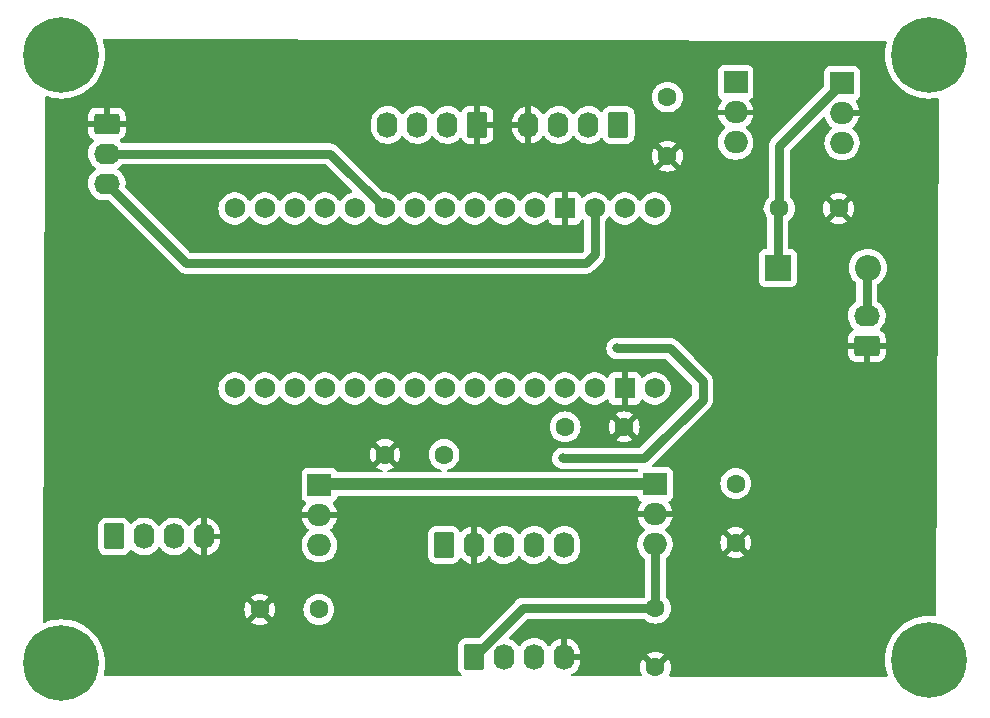
<source format=gbl>
G04 #@! TF.GenerationSoftware,KiCad,Pcbnew,7.0.9*
G04 #@! TF.CreationDate,2023-11-29T22:57:34+01:00*
G04 #@! TF.ProjectId,vfo-do,76666f2d-646f-42e6-9b69-6361645f7063,rev?*
G04 #@! TF.SameCoordinates,Original*
G04 #@! TF.FileFunction,Copper,L2,Bot*
G04 #@! TF.FilePolarity,Positive*
%FSLAX46Y46*%
G04 Gerber Fmt 4.6, Leading zero omitted, Abs format (unit mm)*
G04 Created by KiCad (PCBNEW 7.0.9) date 2023-11-29 22:57:34*
%MOMM*%
%LPD*%
G01*
G04 APERTURE LIST*
G04 Aperture macros list*
%AMRoundRect*
0 Rectangle with rounded corners*
0 $1 Rounding radius*
0 $2 $3 $4 $5 $6 $7 $8 $9 X,Y pos of 4 corners*
0 Add a 4 corners polygon primitive as box body*
4,1,4,$2,$3,$4,$5,$6,$7,$8,$9,$2,$3,0*
0 Add four circle primitives for the rounded corners*
1,1,$1+$1,$2,$3*
1,1,$1+$1,$4,$5*
1,1,$1+$1,$6,$7*
1,1,$1+$1,$8,$9*
0 Add four rect primitives between the rounded corners*
20,1,$1+$1,$2,$3,$4,$5,0*
20,1,$1+$1,$4,$5,$6,$7,0*
20,1,$1+$1,$6,$7,$8,$9,0*
20,1,$1+$1,$8,$9,$2,$3,0*%
G04 Aperture macros list end*
G04 #@! TA.AperFunction,ComponentPad*
%ADD10R,2.000000X1.905000*%
G04 #@! TD*
G04 #@! TA.AperFunction,ComponentPad*
%ADD11O,2.000000X1.905000*%
G04 #@! TD*
G04 #@! TA.AperFunction,ComponentPad*
%ADD12RoundRect,0.250000X-0.620000X-0.845000X0.620000X-0.845000X0.620000X0.845000X-0.620000X0.845000X0*%
G04 #@! TD*
G04 #@! TA.AperFunction,ComponentPad*
%ADD13O,1.740000X2.190000*%
G04 #@! TD*
G04 #@! TA.AperFunction,ComponentPad*
%ADD14RoundRect,0.250000X0.845000X-0.620000X0.845000X0.620000X-0.845000X0.620000X-0.845000X-0.620000X0*%
G04 #@! TD*
G04 #@! TA.AperFunction,ComponentPad*
%ADD15O,2.190000X1.740000*%
G04 #@! TD*
G04 #@! TA.AperFunction,ComponentPad*
%ADD16C,1.600000*%
G04 #@! TD*
G04 #@! TA.AperFunction,ComponentPad*
%ADD17R,2.200000X2.200000*%
G04 #@! TD*
G04 #@! TA.AperFunction,ComponentPad*
%ADD18O,2.200000X2.200000*%
G04 #@! TD*
G04 #@! TA.AperFunction,ComponentPad*
%ADD19C,0.800000*%
G04 #@! TD*
G04 #@! TA.AperFunction,ComponentPad*
%ADD20C,6.400000*%
G04 #@! TD*
G04 #@! TA.AperFunction,ComponentPad*
%ADD21RoundRect,0.250000X0.620000X0.845000X-0.620000X0.845000X-0.620000X-0.845000X0.620000X-0.845000X0*%
G04 #@! TD*
G04 #@! TA.AperFunction,ComponentPad*
%ADD22C,1.727200*%
G04 #@! TD*
G04 #@! TA.AperFunction,ComponentPad*
%ADD23R,1.727200X1.727200*%
G04 #@! TD*
G04 #@! TA.AperFunction,ComponentPad*
%ADD24RoundRect,0.250000X-0.845000X0.620000X-0.845000X-0.620000X0.845000X-0.620000X0.845000X0.620000X0*%
G04 #@! TD*
G04 #@! TA.AperFunction,ViaPad*
%ADD25C,0.800000*%
G04 #@! TD*
G04 #@! TA.AperFunction,Conductor*
%ADD26C,0.750000*%
G04 #@! TD*
G04 #@! TA.AperFunction,Conductor*
%ADD27C,1.000000*%
G04 #@! TD*
G04 APERTURE END LIST*
D10*
X109300000Y-97020000D03*
D11*
X109300000Y-99560000D03*
X109300000Y-102100000D03*
D12*
X119850000Y-102100000D03*
D13*
X122390000Y-102100000D03*
X124930000Y-102100000D03*
X127470000Y-102100000D03*
X130010000Y-102100000D03*
D14*
X155640000Y-85250000D03*
D15*
X155640000Y-82710000D03*
D10*
X137720000Y-96960000D03*
D11*
X137720000Y-99500000D03*
X137720000Y-102040000D03*
D16*
X148250000Y-73600000D03*
X153250000Y-73600000D03*
D17*
X148110000Y-78630000D03*
D18*
X155730000Y-78630000D03*
D19*
X158500000Y-60600000D03*
X159202944Y-58902944D03*
X159202944Y-62297056D03*
X160900000Y-58200000D03*
D20*
X160900000Y-60600000D03*
D19*
X160900000Y-63000000D03*
X162597056Y-58902944D03*
X162597056Y-62297056D03*
X163300000Y-60600000D03*
D12*
X91920000Y-101380000D03*
D13*
X94460000Y-101380000D03*
X97000000Y-101380000D03*
X99540000Y-101380000D03*
D21*
X134610000Y-66530000D03*
D13*
X132070000Y-66530000D03*
X129530000Y-66530000D03*
X126990000Y-66530000D03*
D10*
X144540000Y-62940000D03*
D11*
X144540000Y-65480000D03*
X144540000Y-68020000D03*
D16*
X130100000Y-92100000D03*
X135100000Y-92100000D03*
X137750000Y-107450000D03*
X137750000Y-112450000D03*
X109250000Y-107550000D03*
X104250000Y-107550000D03*
D19*
X158500000Y-111825000D03*
X159202944Y-110127944D03*
X159202944Y-113522056D03*
X160900000Y-109425000D03*
D20*
X160900000Y-111825000D03*
D19*
X160900000Y-114225000D03*
X162597056Y-110127944D03*
X162597056Y-113522056D03*
X163300000Y-111825000D03*
D10*
X153555000Y-62990000D03*
D11*
X153555000Y-65530000D03*
X153555000Y-68070000D03*
D16*
X138760000Y-64180000D03*
X138760000Y-69180000D03*
D12*
X122390000Y-111570000D03*
D13*
X124930000Y-111570000D03*
X127470000Y-111570000D03*
X130010000Y-111570000D03*
D19*
X85050000Y-112100000D03*
X85752944Y-110402944D03*
X85752944Y-113797056D03*
X87450000Y-109700000D03*
D20*
X87450000Y-112100000D03*
D19*
X87450000Y-114500000D03*
X89147056Y-110402944D03*
X89147056Y-113797056D03*
X89850000Y-112100000D03*
D22*
X104659500Y-88850000D03*
X130059500Y-88850000D03*
X109739500Y-88850000D03*
X112279500Y-88850000D03*
X114819500Y-88850000D03*
X117359500Y-88850000D03*
X119899500Y-88850000D03*
X122439500Y-88850000D03*
X124979500Y-88850000D03*
X127519500Y-88850000D03*
X107199500Y-88850000D03*
X135139500Y-73610000D03*
X137679500Y-73610000D03*
X127519500Y-73610000D03*
X124979500Y-73610000D03*
X122439500Y-73610000D03*
X119899500Y-73610000D03*
X117359500Y-73610000D03*
X114819500Y-73610000D03*
X112279500Y-73610000D03*
X109739500Y-73610000D03*
X107199500Y-73610000D03*
X104659500Y-73610000D03*
X102119500Y-73610000D03*
X102119500Y-88850000D03*
D23*
X130059500Y-73610000D03*
X135139500Y-88850000D03*
D22*
X132599500Y-73610000D03*
X132599500Y-88850000D03*
X137679500Y-88850000D03*
D21*
X122660000Y-66530000D03*
D13*
X120120000Y-66530000D03*
X117580000Y-66530000D03*
X115040000Y-66530000D03*
D16*
X144550000Y-96900000D03*
X144550000Y-101900000D03*
X114850000Y-94450000D03*
X119850000Y-94450000D03*
D19*
X85050000Y-60600000D03*
X85752944Y-58902944D03*
X85752944Y-62297056D03*
X87450000Y-58200000D03*
D20*
X87450000Y-60600000D03*
D19*
X87450000Y-63000000D03*
X89147056Y-58902944D03*
X89147056Y-62297056D03*
X89850000Y-60600000D03*
D24*
X91290000Y-66440000D03*
D15*
X91290000Y-68980000D03*
X91290000Y-71520000D03*
D25*
X134500000Y-85450000D03*
X129900000Y-94750000D03*
D26*
X141744500Y-88218324D02*
X141744500Y-89805500D01*
X136800000Y-94750000D02*
X129900000Y-94750000D01*
X134500000Y-85450000D02*
X138976176Y-85450000D01*
X138976176Y-85450000D02*
X141744500Y-88218324D01*
X141744500Y-89805500D02*
X136800000Y-94750000D01*
X110189500Y-68980000D02*
X114819500Y-73610000D01*
X91290000Y-68980000D02*
X110189500Y-68980000D01*
X98020000Y-78250000D02*
X91290000Y-71520000D01*
X132599500Y-77500500D02*
X131850000Y-78250000D01*
X132599500Y-73610000D02*
X132599500Y-77500500D01*
X131850000Y-78250000D02*
X98020000Y-78250000D01*
X109360000Y-96960000D02*
X109300000Y-97020000D01*
D27*
X137720000Y-96960000D02*
X109360000Y-96960000D01*
D26*
X148110000Y-78630000D02*
X148110000Y-73970000D01*
X148250000Y-68295000D02*
X153555000Y-62990000D01*
X148250000Y-73600000D02*
X148250000Y-68295000D01*
X148110000Y-73970000D02*
X147770000Y-73630000D01*
X137750000Y-102070000D02*
X137720000Y-102040000D01*
X126510000Y-107450000D02*
X122390000Y-111570000D01*
X137750000Y-107450000D02*
X126510000Y-107450000D01*
X137750000Y-107450000D02*
X137750000Y-102070000D01*
X155640000Y-82710000D02*
X155640000Y-78720000D01*
X155640000Y-78720000D02*
X155730000Y-78630000D01*
G04 #@! TA.AperFunction,Conductor*
G36*
X109842533Y-69875185D02*
G01*
X109863175Y-69891819D01*
X112039653Y-72068297D01*
X112073138Y-72129620D01*
X112068154Y-72199312D01*
X112026282Y-72255245D01*
X111972382Y-72278287D01*
X111943482Y-72283109D01*
X111729672Y-72356510D01*
X111729667Y-72356512D01*
X111530852Y-72464106D01*
X111352455Y-72602959D01*
X111352450Y-72602963D01*
X111199350Y-72769272D01*
X111199342Y-72769283D01*
X111113308Y-72900968D01*
X111060162Y-72946325D01*
X110990930Y-72955748D01*
X110927595Y-72926246D01*
X110905692Y-72900968D01*
X110819657Y-72769283D01*
X110819649Y-72769272D01*
X110666549Y-72602963D01*
X110666548Y-72602962D01*
X110666546Y-72602960D01*
X110488149Y-72464107D01*
X110461890Y-72449896D01*
X110289332Y-72356512D01*
X110289327Y-72356510D01*
X110075517Y-72283109D01*
X109863607Y-72247748D01*
X109852533Y-72245900D01*
X109626467Y-72245900D01*
X109615393Y-72247748D01*
X109403482Y-72283109D01*
X109189672Y-72356510D01*
X109189667Y-72356512D01*
X108990852Y-72464106D01*
X108812455Y-72602959D01*
X108812450Y-72602963D01*
X108659350Y-72769272D01*
X108659342Y-72769283D01*
X108573308Y-72900968D01*
X108520162Y-72946325D01*
X108450930Y-72955748D01*
X108387595Y-72926246D01*
X108365692Y-72900968D01*
X108279657Y-72769283D01*
X108279649Y-72769272D01*
X108126549Y-72602963D01*
X108126548Y-72602962D01*
X108126546Y-72602960D01*
X107948149Y-72464107D01*
X107921890Y-72449896D01*
X107749332Y-72356512D01*
X107749327Y-72356510D01*
X107535517Y-72283109D01*
X107323607Y-72247748D01*
X107312533Y-72245900D01*
X107086467Y-72245900D01*
X107075393Y-72247748D01*
X106863482Y-72283109D01*
X106649672Y-72356510D01*
X106649667Y-72356512D01*
X106450852Y-72464106D01*
X106272455Y-72602959D01*
X106272450Y-72602963D01*
X106119350Y-72769272D01*
X106119342Y-72769283D01*
X106033308Y-72900968D01*
X105980162Y-72946325D01*
X105910930Y-72955748D01*
X105847595Y-72926246D01*
X105825692Y-72900968D01*
X105739657Y-72769283D01*
X105739649Y-72769272D01*
X105586549Y-72602963D01*
X105586548Y-72602962D01*
X105586546Y-72602960D01*
X105408149Y-72464107D01*
X105381890Y-72449896D01*
X105209332Y-72356512D01*
X105209327Y-72356510D01*
X104995517Y-72283109D01*
X104783607Y-72247748D01*
X104772533Y-72245900D01*
X104546467Y-72245900D01*
X104535393Y-72247748D01*
X104323482Y-72283109D01*
X104109672Y-72356510D01*
X104109667Y-72356512D01*
X103910852Y-72464106D01*
X103732455Y-72602959D01*
X103732450Y-72602963D01*
X103579350Y-72769272D01*
X103579342Y-72769283D01*
X103493308Y-72900968D01*
X103440162Y-72946325D01*
X103370930Y-72955748D01*
X103307595Y-72926246D01*
X103285692Y-72900968D01*
X103199657Y-72769283D01*
X103199649Y-72769272D01*
X103046549Y-72602963D01*
X103046548Y-72602962D01*
X103046546Y-72602960D01*
X102868149Y-72464107D01*
X102841890Y-72449896D01*
X102669332Y-72356512D01*
X102669327Y-72356510D01*
X102455517Y-72283109D01*
X102243607Y-72247748D01*
X102232533Y-72245900D01*
X102006467Y-72245900D01*
X101995393Y-72247748D01*
X101783482Y-72283109D01*
X101569672Y-72356510D01*
X101569667Y-72356512D01*
X101370852Y-72464106D01*
X101192455Y-72602959D01*
X101192450Y-72602963D01*
X101039350Y-72769272D01*
X101039342Y-72769283D01*
X100915698Y-72958533D01*
X100824888Y-73165560D01*
X100769392Y-73384710D01*
X100750725Y-73609993D01*
X100750725Y-73610006D01*
X100769392Y-73835289D01*
X100824888Y-74054439D01*
X100915698Y-74261466D01*
X101039342Y-74450716D01*
X101039350Y-74450727D01*
X101192450Y-74617036D01*
X101192454Y-74617040D01*
X101370851Y-74755893D01*
X101569669Y-74863488D01*
X101569672Y-74863489D01*
X101783482Y-74936890D01*
X101783484Y-74936890D01*
X101783486Y-74936891D01*
X102006467Y-74974100D01*
X102006468Y-74974100D01*
X102232532Y-74974100D01*
X102232533Y-74974100D01*
X102455514Y-74936891D01*
X102669331Y-74863488D01*
X102868149Y-74755893D01*
X103046546Y-74617040D01*
X103199656Y-74450719D01*
X103285693Y-74319028D01*
X103338838Y-74273675D01*
X103408069Y-74264251D01*
X103471405Y-74293753D01*
X103493304Y-74319025D01*
X103579344Y-74450719D01*
X103579349Y-74450724D01*
X103579350Y-74450727D01*
X103732450Y-74617036D01*
X103732454Y-74617040D01*
X103910851Y-74755893D01*
X104109669Y-74863488D01*
X104109672Y-74863489D01*
X104323482Y-74936890D01*
X104323484Y-74936890D01*
X104323486Y-74936891D01*
X104546467Y-74974100D01*
X104546468Y-74974100D01*
X104772532Y-74974100D01*
X104772533Y-74974100D01*
X104995514Y-74936891D01*
X105209331Y-74863488D01*
X105408149Y-74755893D01*
X105586546Y-74617040D01*
X105739656Y-74450719D01*
X105825693Y-74319028D01*
X105878838Y-74273675D01*
X105948069Y-74264251D01*
X106011405Y-74293753D01*
X106033304Y-74319025D01*
X106119344Y-74450719D01*
X106119349Y-74450724D01*
X106119350Y-74450727D01*
X106272450Y-74617036D01*
X106272454Y-74617040D01*
X106450851Y-74755893D01*
X106649669Y-74863488D01*
X106649672Y-74863489D01*
X106863482Y-74936890D01*
X106863484Y-74936890D01*
X106863486Y-74936891D01*
X107086467Y-74974100D01*
X107086468Y-74974100D01*
X107312532Y-74974100D01*
X107312533Y-74974100D01*
X107535514Y-74936891D01*
X107749331Y-74863488D01*
X107948149Y-74755893D01*
X108126546Y-74617040D01*
X108279656Y-74450719D01*
X108365693Y-74319028D01*
X108418838Y-74273675D01*
X108488069Y-74264251D01*
X108551405Y-74293753D01*
X108573304Y-74319025D01*
X108659344Y-74450719D01*
X108659349Y-74450724D01*
X108659350Y-74450727D01*
X108812450Y-74617036D01*
X108812454Y-74617040D01*
X108990851Y-74755893D01*
X109189669Y-74863488D01*
X109189672Y-74863489D01*
X109403482Y-74936890D01*
X109403484Y-74936890D01*
X109403486Y-74936891D01*
X109626467Y-74974100D01*
X109626468Y-74974100D01*
X109852532Y-74974100D01*
X109852533Y-74974100D01*
X110075514Y-74936891D01*
X110289331Y-74863488D01*
X110488149Y-74755893D01*
X110666546Y-74617040D01*
X110819656Y-74450719D01*
X110905693Y-74319028D01*
X110958838Y-74273675D01*
X111028069Y-74264251D01*
X111091405Y-74293753D01*
X111113304Y-74319025D01*
X111199344Y-74450719D01*
X111199349Y-74450724D01*
X111199350Y-74450727D01*
X111352450Y-74617036D01*
X111352454Y-74617040D01*
X111530851Y-74755893D01*
X111729669Y-74863488D01*
X111729672Y-74863489D01*
X111943482Y-74936890D01*
X111943484Y-74936890D01*
X111943486Y-74936891D01*
X112166467Y-74974100D01*
X112166468Y-74974100D01*
X112392532Y-74974100D01*
X112392533Y-74974100D01*
X112615514Y-74936891D01*
X112829331Y-74863488D01*
X113028149Y-74755893D01*
X113206546Y-74617040D01*
X113359656Y-74450719D01*
X113445693Y-74319028D01*
X113498838Y-74273675D01*
X113568069Y-74264251D01*
X113631405Y-74293753D01*
X113653304Y-74319025D01*
X113739344Y-74450719D01*
X113739349Y-74450724D01*
X113739350Y-74450727D01*
X113892450Y-74617036D01*
X113892454Y-74617040D01*
X114070851Y-74755893D01*
X114269669Y-74863488D01*
X114269672Y-74863489D01*
X114483482Y-74936890D01*
X114483484Y-74936890D01*
X114483486Y-74936891D01*
X114706467Y-74974100D01*
X114706468Y-74974100D01*
X114932532Y-74974100D01*
X114932533Y-74974100D01*
X115155514Y-74936891D01*
X115369331Y-74863488D01*
X115568149Y-74755893D01*
X115746546Y-74617040D01*
X115899656Y-74450719D01*
X115985693Y-74319028D01*
X116038838Y-74273675D01*
X116108069Y-74264251D01*
X116171405Y-74293753D01*
X116193304Y-74319025D01*
X116279344Y-74450719D01*
X116279349Y-74450724D01*
X116279350Y-74450727D01*
X116432450Y-74617036D01*
X116432454Y-74617040D01*
X116610851Y-74755893D01*
X116809669Y-74863488D01*
X116809672Y-74863489D01*
X117023482Y-74936890D01*
X117023484Y-74936890D01*
X117023486Y-74936891D01*
X117246467Y-74974100D01*
X117246468Y-74974100D01*
X117472532Y-74974100D01*
X117472533Y-74974100D01*
X117695514Y-74936891D01*
X117909331Y-74863488D01*
X118108149Y-74755893D01*
X118286546Y-74617040D01*
X118439656Y-74450719D01*
X118525693Y-74319028D01*
X118578838Y-74273675D01*
X118648069Y-74264251D01*
X118711405Y-74293753D01*
X118733304Y-74319025D01*
X118819344Y-74450719D01*
X118819349Y-74450724D01*
X118819350Y-74450727D01*
X118972450Y-74617036D01*
X118972454Y-74617040D01*
X119150851Y-74755893D01*
X119349669Y-74863488D01*
X119349672Y-74863489D01*
X119563482Y-74936890D01*
X119563484Y-74936890D01*
X119563486Y-74936891D01*
X119786467Y-74974100D01*
X119786468Y-74974100D01*
X120012532Y-74974100D01*
X120012533Y-74974100D01*
X120235514Y-74936891D01*
X120449331Y-74863488D01*
X120648149Y-74755893D01*
X120826546Y-74617040D01*
X120979656Y-74450719D01*
X121065693Y-74319028D01*
X121118838Y-74273675D01*
X121188069Y-74264251D01*
X121251405Y-74293753D01*
X121273304Y-74319025D01*
X121359344Y-74450719D01*
X121359349Y-74450724D01*
X121359350Y-74450727D01*
X121512450Y-74617036D01*
X121512454Y-74617040D01*
X121690851Y-74755893D01*
X121889669Y-74863488D01*
X121889672Y-74863489D01*
X122103482Y-74936890D01*
X122103484Y-74936890D01*
X122103486Y-74936891D01*
X122326467Y-74974100D01*
X122326468Y-74974100D01*
X122552532Y-74974100D01*
X122552533Y-74974100D01*
X122775514Y-74936891D01*
X122989331Y-74863488D01*
X123188149Y-74755893D01*
X123366546Y-74617040D01*
X123519656Y-74450719D01*
X123605693Y-74319028D01*
X123658838Y-74273675D01*
X123728069Y-74264251D01*
X123791405Y-74293753D01*
X123813304Y-74319025D01*
X123899344Y-74450719D01*
X123899349Y-74450724D01*
X123899350Y-74450727D01*
X124052450Y-74617036D01*
X124052454Y-74617040D01*
X124230851Y-74755893D01*
X124429669Y-74863488D01*
X124429672Y-74863489D01*
X124643482Y-74936890D01*
X124643484Y-74936890D01*
X124643486Y-74936891D01*
X124866467Y-74974100D01*
X124866468Y-74974100D01*
X125092532Y-74974100D01*
X125092533Y-74974100D01*
X125315514Y-74936891D01*
X125529331Y-74863488D01*
X125728149Y-74755893D01*
X125906546Y-74617040D01*
X126059656Y-74450719D01*
X126145693Y-74319028D01*
X126198838Y-74273675D01*
X126268069Y-74264251D01*
X126331405Y-74293753D01*
X126353304Y-74319025D01*
X126439344Y-74450719D01*
X126439349Y-74450724D01*
X126439350Y-74450727D01*
X126592450Y-74617036D01*
X126592454Y-74617040D01*
X126770851Y-74755893D01*
X126969669Y-74863488D01*
X126969672Y-74863489D01*
X127183482Y-74936890D01*
X127183484Y-74936890D01*
X127183486Y-74936891D01*
X127406467Y-74974100D01*
X127406468Y-74974100D01*
X127632532Y-74974100D01*
X127632533Y-74974100D01*
X127855514Y-74936891D01*
X128069331Y-74863488D01*
X128268149Y-74755893D01*
X128446546Y-74617040D01*
X128501315Y-74557545D01*
X128561199Y-74521557D01*
X128631037Y-74523657D01*
X128688653Y-74563180D01*
X128708724Y-74598196D01*
X128752546Y-74715688D01*
X128752549Y-74715693D01*
X128838709Y-74830787D01*
X128838712Y-74830790D01*
X128953806Y-74916950D01*
X128953813Y-74916954D01*
X129088520Y-74967196D01*
X129088527Y-74967198D01*
X129148055Y-74973599D01*
X129148072Y-74973600D01*
X129809500Y-74973600D01*
X129809500Y-74054297D01*
X129914908Y-74102435D01*
X130023166Y-74118000D01*
X130095834Y-74118000D01*
X130204092Y-74102435D01*
X130309500Y-74054297D01*
X130309500Y-74973600D01*
X130970928Y-74973600D01*
X130970944Y-74973599D01*
X131030472Y-74967198D01*
X131030479Y-74967196D01*
X131165186Y-74916954D01*
X131165193Y-74916950D01*
X131280287Y-74830790D01*
X131280290Y-74830787D01*
X131366450Y-74715693D01*
X131366454Y-74715686D01*
X131410275Y-74598197D01*
X131452146Y-74542263D01*
X131517610Y-74517846D01*
X131585883Y-74532698D01*
X131617686Y-74557547D01*
X131672450Y-74617036D01*
X131672454Y-74617040D01*
X131676158Y-74619923D01*
X131716973Y-74676629D01*
X131724000Y-74717779D01*
X131724000Y-77086494D01*
X131704315Y-77153533D01*
X131687681Y-77174175D01*
X131523675Y-77338181D01*
X131462352Y-77371666D01*
X131435994Y-77374500D01*
X98434006Y-77374500D01*
X98366967Y-77354815D01*
X98346325Y-77338181D01*
X92897901Y-71889757D01*
X92864416Y-71828434D01*
X92862586Y-71786328D01*
X92889216Y-71578376D01*
X92879314Y-71345293D01*
X92830164Y-71117235D01*
X92743179Y-70900765D01*
X92620862Y-70702109D01*
X92466731Y-70526982D01*
X92466729Y-70526980D01*
X92466726Y-70526977D01*
X92285226Y-70380426D01*
X92285215Y-70380419D01*
X92244897Y-70357895D01*
X92195971Y-70308015D01*
X92181779Y-70239602D01*
X92206827Y-70174376D01*
X92235931Y-70146910D01*
X92379088Y-70050153D01*
X92546213Y-69889977D01*
X92608233Y-69857802D01*
X92632013Y-69855500D01*
X109775494Y-69855500D01*
X109842533Y-69875185D01*
G37*
G04 #@! TD.AperFunction*
G04 #@! TA.AperFunction,Conductor*
G36*
X157225590Y-59413422D02*
G01*
X157292582Y-59433261D01*
X157338215Y-59486170D01*
X157348000Y-59555351D01*
X157345078Y-59569515D01*
X157275398Y-59829565D01*
X157275397Y-59829572D01*
X157214722Y-60212660D01*
X157194422Y-60599999D01*
X157194422Y-60600000D01*
X157214722Y-60987339D01*
X157275397Y-61370427D01*
X157275397Y-61370429D01*
X157375788Y-61745094D01*
X157514787Y-62107197D01*
X157690877Y-62452793D01*
X157902122Y-62778082D01*
X157996287Y-62894366D01*
X158146219Y-63079516D01*
X158420484Y-63353781D01*
X158420488Y-63353784D01*
X158721917Y-63597877D01*
X159047206Y-63809122D01*
X159047211Y-63809125D01*
X159392806Y-63985214D01*
X159754913Y-64124214D01*
X160129567Y-64224602D01*
X160512662Y-64285278D01*
X160878576Y-64304455D01*
X160899999Y-64305578D01*
X160900000Y-64305578D01*
X160900001Y-64305578D01*
X160920301Y-64304514D01*
X161287338Y-64285278D01*
X161579139Y-64239061D01*
X161648429Y-64248015D01*
X161701881Y-64293012D01*
X161722521Y-64359763D01*
X161722533Y-64362098D01*
X161523748Y-108032544D01*
X161503758Y-108099494D01*
X161450747Y-108145008D01*
X161381543Y-108154636D01*
X161380369Y-108154456D01*
X161287338Y-108139722D01*
X161287336Y-108139721D01*
X161287331Y-108139721D01*
X160900001Y-108119422D01*
X160899999Y-108119422D01*
X160512660Y-108139722D01*
X160129572Y-108200397D01*
X160129570Y-108200397D01*
X159754905Y-108300788D01*
X159392802Y-108439787D01*
X159047206Y-108615877D01*
X158721917Y-108827122D01*
X158420488Y-109071215D01*
X158420480Y-109071222D01*
X158146222Y-109345480D01*
X158146215Y-109345488D01*
X157902122Y-109646917D01*
X157690877Y-109972206D01*
X157514787Y-110317802D01*
X157375788Y-110679905D01*
X157275397Y-111054570D01*
X157275397Y-111054572D01*
X157214722Y-111437660D01*
X157194422Y-111824999D01*
X157194422Y-111825000D01*
X157214722Y-112212339D01*
X157270568Y-112564939D01*
X157275398Y-112595433D01*
X157374755Y-112966240D01*
X157375789Y-112970097D01*
X157417511Y-113078787D01*
X157423159Y-113148428D01*
X157390259Y-113210067D01*
X157329257Y-113244134D01*
X157301665Y-113247224D01*
X139012835Y-113235137D01*
X138945809Y-113215408D01*
X138900089Y-113162574D01*
X138890191Y-113093409D01*
X138900535Y-113058732D01*
X138976265Y-112896326D01*
X138976269Y-112896317D01*
X139035139Y-112676610D01*
X139035141Y-112676599D01*
X139054966Y-112450002D01*
X139054966Y-112449997D01*
X139035141Y-112223400D01*
X139035139Y-112223389D01*
X138976269Y-112003682D01*
X138976265Y-112003673D01*
X138880133Y-111797516D01*
X138880131Y-111797512D01*
X138829025Y-111724526D01*
X138147953Y-112405598D01*
X138135165Y-112324852D01*
X138077641Y-112211955D01*
X137988045Y-112122359D01*
X137875148Y-112064835D01*
X137794400Y-112052046D01*
X138475472Y-111370974D01*
X138475471Y-111370973D01*
X138402483Y-111319866D01*
X138402481Y-111319865D01*
X138196326Y-111223734D01*
X138196317Y-111223730D01*
X137976610Y-111164860D01*
X137976599Y-111164858D01*
X137750002Y-111145034D01*
X137749998Y-111145034D01*
X137523400Y-111164858D01*
X137523389Y-111164860D01*
X137303682Y-111223730D01*
X137303673Y-111223734D01*
X137097513Y-111319868D01*
X137024527Y-111370972D01*
X137024526Y-111370973D01*
X137705600Y-112052046D01*
X137624852Y-112064835D01*
X137511955Y-112122359D01*
X137422359Y-112211955D01*
X137364835Y-112324852D01*
X137352046Y-112405600D01*
X136670973Y-111724527D01*
X136619868Y-111797513D01*
X136523734Y-112003673D01*
X136523730Y-112003682D01*
X136464860Y-112223389D01*
X136464858Y-112223400D01*
X136445034Y-112449997D01*
X136445034Y-112450002D01*
X136464858Y-112676599D01*
X136464860Y-112676610D01*
X136523730Y-112896317D01*
X136523734Y-112896326D01*
X136598686Y-113057061D01*
X136609178Y-113126139D01*
X136580658Y-113189923D01*
X136522182Y-113228162D01*
X136486222Y-113233466D01*
X130730739Y-113229662D01*
X130663713Y-113209933D01*
X130617993Y-113157099D01*
X130608095Y-113087934D01*
X130637162Y-113024397D01*
X130665808Y-113000072D01*
X130827590Y-112900460D01*
X131002656Y-112746382D01*
X131002660Y-112746378D01*
X131149157Y-112564945D01*
X131149161Y-112564939D01*
X131262895Y-112361346D01*
X131340585Y-112141461D01*
X131340587Y-112141453D01*
X131379999Y-111911612D01*
X131380000Y-111911603D01*
X131380000Y-111820000D01*
X130550470Y-111820000D01*
X130589685Y-111725326D01*
X130610134Y-111570000D01*
X130589685Y-111414674D01*
X130550470Y-111320000D01*
X131380000Y-111320000D01*
X131380000Y-111286799D01*
X131365177Y-111112636D01*
X131306412Y-110886948D01*
X131210356Y-110674447D01*
X131210351Y-110674439D01*
X131079764Y-110481228D01*
X130918396Y-110312860D01*
X130918395Y-110312859D01*
X130730902Y-110174189D01*
X130522661Y-110069196D01*
X130299675Y-110000907D01*
X130299669Y-110000906D01*
X130260000Y-109995825D01*
X130260000Y-111029530D01*
X130165326Y-110990315D01*
X130048997Y-110975000D01*
X129971003Y-110975000D01*
X129854674Y-110990315D01*
X129760000Y-111029530D01*
X129760000Y-109997424D01*
X129759999Y-109997424D01*
X129607380Y-110030316D01*
X129607379Y-110030316D01*
X129390994Y-110117267D01*
X129192407Y-110239541D01*
X129017343Y-110393617D01*
X129017339Y-110393621D01*
X128870842Y-110575054D01*
X128870838Y-110575060D01*
X128848209Y-110615567D01*
X128798328Y-110664492D01*
X128729915Y-110678684D01*
X128664690Y-110653635D01*
X128637221Y-110624528D01*
X128601855Y-110572203D01*
X128540153Y-110480912D01*
X128378728Y-110312484D01*
X128378727Y-110312483D01*
X128378726Y-110312482D01*
X128191165Y-110173762D01*
X128079114Y-110117267D01*
X127982847Y-110068730D01*
X127759780Y-110000417D01*
X127759778Y-110000416D01*
X127759776Y-110000416D01*
X127528370Y-109970783D01*
X127295299Y-109980685D01*
X127295290Y-109980686D01*
X127067233Y-110029836D01*
X127067230Y-110029837D01*
X126850768Y-110116819D01*
X126652110Y-110239137D01*
X126476980Y-110393270D01*
X126476977Y-110393273D01*
X126330426Y-110574773D01*
X126330421Y-110574779D01*
X126307895Y-110615103D01*
X126258014Y-110664029D01*
X126189601Y-110678220D01*
X126124375Y-110653171D01*
X126096907Y-110624064D01*
X126091164Y-110615567D01*
X126000153Y-110480912D01*
X125838728Y-110312484D01*
X125838727Y-110312483D01*
X125838726Y-110312482D01*
X125651165Y-110173762D01*
X125539114Y-110117267D01*
X125442847Y-110068730D01*
X125400111Y-110055642D01*
X125341778Y-110017191D01*
X125313491Y-109953303D01*
X125324235Y-109884265D01*
X125348741Y-109849401D01*
X126836325Y-108361819D01*
X126897648Y-108328334D01*
X126924006Y-108325500D01*
X136734952Y-108325500D01*
X136801991Y-108345185D01*
X136822628Y-108361814D01*
X136910861Y-108450047D01*
X137097266Y-108580568D01*
X137303504Y-108676739D01*
X137303509Y-108676740D01*
X137303511Y-108676741D01*
X137317790Y-108680567D01*
X137523308Y-108735635D01*
X137685230Y-108749801D01*
X137749998Y-108755468D01*
X137750000Y-108755468D01*
X137750002Y-108755468D01*
X137806673Y-108750509D01*
X137976692Y-108735635D01*
X138196496Y-108676739D01*
X138402734Y-108580568D01*
X138589139Y-108450047D01*
X138750047Y-108289139D01*
X138880568Y-108102734D01*
X138976739Y-107896496D01*
X139035635Y-107676692D01*
X139055468Y-107450000D01*
X139035635Y-107223308D01*
X138976739Y-107003504D01*
X138880568Y-106797266D01*
X138750047Y-106610861D01*
X138750045Y-106610858D01*
X138661819Y-106522632D01*
X138628334Y-106461309D01*
X138625500Y-106434951D01*
X138625500Y-103279472D01*
X138645185Y-103212433D01*
X138665512Y-103188247D01*
X138840171Y-103027463D01*
X138988072Y-102837439D01*
X139102679Y-102625664D01*
X139180866Y-102397913D01*
X139220500Y-102160399D01*
X139220500Y-101919601D01*
X139217230Y-101900002D01*
X143245034Y-101900002D01*
X143264858Y-102126599D01*
X143264860Y-102126610D01*
X143323730Y-102346317D01*
X143323734Y-102346326D01*
X143419865Y-102552481D01*
X143419866Y-102552483D01*
X143470973Y-102625471D01*
X143470974Y-102625472D01*
X144152046Y-101944399D01*
X144164835Y-102025148D01*
X144222359Y-102138045D01*
X144311955Y-102227641D01*
X144424852Y-102285165D01*
X144505599Y-102297953D01*
X143824526Y-102979025D01*
X143824526Y-102979026D01*
X143897512Y-103030131D01*
X143897516Y-103030133D01*
X144103673Y-103126265D01*
X144103682Y-103126269D01*
X144323389Y-103185139D01*
X144323400Y-103185141D01*
X144549998Y-103204966D01*
X144550002Y-103204966D01*
X144776599Y-103185141D01*
X144776610Y-103185139D01*
X144996317Y-103126269D01*
X144996331Y-103126264D01*
X145202478Y-103030136D01*
X145275472Y-102979025D01*
X144594401Y-102297953D01*
X144675148Y-102285165D01*
X144788045Y-102227641D01*
X144877641Y-102138045D01*
X144935165Y-102025148D01*
X144947953Y-101944400D01*
X145629025Y-102625472D01*
X145680136Y-102552478D01*
X145776264Y-102346331D01*
X145776269Y-102346317D01*
X145835139Y-102126610D01*
X145835141Y-102126599D01*
X145854966Y-101900002D01*
X145854966Y-101899997D01*
X145835141Y-101673400D01*
X145835139Y-101673389D01*
X145776269Y-101453682D01*
X145776265Y-101453673D01*
X145680133Y-101247516D01*
X145680131Y-101247512D01*
X145629026Y-101174526D01*
X145629025Y-101174526D01*
X144947953Y-101855598D01*
X144935165Y-101774852D01*
X144877641Y-101661955D01*
X144788045Y-101572359D01*
X144675148Y-101514835D01*
X144594400Y-101502046D01*
X145275472Y-100820974D01*
X145275471Y-100820973D01*
X145202483Y-100769866D01*
X145202481Y-100769865D01*
X144996326Y-100673734D01*
X144996317Y-100673730D01*
X144776610Y-100614860D01*
X144776599Y-100614858D01*
X144550002Y-100595034D01*
X144549998Y-100595034D01*
X144323400Y-100614858D01*
X144323389Y-100614860D01*
X144103682Y-100673730D01*
X144103673Y-100673734D01*
X143897513Y-100769868D01*
X143824527Y-100820972D01*
X143824526Y-100820973D01*
X144505600Y-101502046D01*
X144424852Y-101514835D01*
X144311955Y-101572359D01*
X144222359Y-101661955D01*
X144164835Y-101774852D01*
X144152046Y-101855599D01*
X143470973Y-101174526D01*
X143470972Y-101174527D01*
X143419868Y-101247513D01*
X143323734Y-101453673D01*
X143323730Y-101453682D01*
X143264860Y-101673389D01*
X143264858Y-101673400D01*
X143245034Y-101899997D01*
X143245034Y-101900002D01*
X139217230Y-101900002D01*
X139180866Y-101682087D01*
X139167293Y-101642551D01*
X139128111Y-101528416D01*
X139102679Y-101454336D01*
X138988072Y-101242561D01*
X138840171Y-101052537D01*
X138663010Y-100889449D01*
X138663007Y-100889446D01*
X138638614Y-100873510D01*
X138593257Y-100820364D01*
X138583833Y-100751132D01*
X138613335Y-100687796D01*
X138638616Y-100665891D01*
X138662701Y-100650155D01*
X138662702Y-100650154D01*
X138839797Y-100487126D01*
X138839806Y-100487116D01*
X138987649Y-100297168D01*
X138987655Y-100297159D01*
X139102215Y-100085468D01*
X139102221Y-100085454D01*
X139180380Y-99857791D01*
X139198367Y-99750000D01*
X138214852Y-99750000D01*
X138263559Y-99612953D01*
X138273877Y-99462114D01*
X138243116Y-99314085D01*
X138209910Y-99250000D01*
X139198366Y-99250000D01*
X139198366Y-99249999D01*
X139180380Y-99142208D01*
X139102221Y-98914545D01*
X139102215Y-98914531D01*
X138987655Y-98702840D01*
X138987649Y-98702831D01*
X138876675Y-98560252D01*
X138851032Y-98495258D01*
X138864598Y-98426719D01*
X138913067Y-98376394D01*
X138931194Y-98367909D01*
X138946209Y-98362308D01*
X138962327Y-98356298D01*
X138962329Y-98356296D01*
X138962331Y-98356296D01*
X139077546Y-98270046D01*
X139163796Y-98154831D01*
X139214091Y-98019983D01*
X139220500Y-97960373D01*
X139220499Y-96900001D01*
X143244532Y-96900001D01*
X143264364Y-97126686D01*
X143264366Y-97126697D01*
X143323258Y-97346488D01*
X143323261Y-97346497D01*
X143419431Y-97552732D01*
X143419432Y-97552734D01*
X143549954Y-97739141D01*
X143710858Y-97900045D01*
X143710861Y-97900047D01*
X143897266Y-98030568D01*
X144103504Y-98126739D01*
X144323308Y-98185635D01*
X144485230Y-98199801D01*
X144549998Y-98205468D01*
X144550000Y-98205468D01*
X144550002Y-98205468D01*
X144606673Y-98200509D01*
X144776692Y-98185635D01*
X144996496Y-98126739D01*
X145202734Y-98030568D01*
X145389139Y-97900047D01*
X145550047Y-97739139D01*
X145680568Y-97552734D01*
X145776739Y-97346496D01*
X145835635Y-97126692D01*
X145855468Y-96900000D01*
X145835635Y-96673308D01*
X145776739Y-96453504D01*
X145680568Y-96247266D01*
X145550047Y-96060861D01*
X145550045Y-96060858D01*
X145389141Y-95899954D01*
X145202734Y-95769432D01*
X145202732Y-95769431D01*
X144996497Y-95673261D01*
X144996488Y-95673258D01*
X144776697Y-95614366D01*
X144776693Y-95614365D01*
X144776692Y-95614365D01*
X144776691Y-95614364D01*
X144776686Y-95614364D01*
X144550002Y-95594532D01*
X144549998Y-95594532D01*
X144323313Y-95614364D01*
X144323302Y-95614366D01*
X144103511Y-95673258D01*
X144103502Y-95673261D01*
X143897267Y-95769431D01*
X143897265Y-95769432D01*
X143710858Y-95899954D01*
X143549954Y-96060858D01*
X143419432Y-96247265D01*
X143419431Y-96247267D01*
X143323261Y-96453502D01*
X143323258Y-96453511D01*
X143264366Y-96673302D01*
X143264364Y-96673313D01*
X143244532Y-96899998D01*
X143244532Y-96900001D01*
X139220499Y-96900001D01*
X139220499Y-95959628D01*
X139214091Y-95900017D01*
X139214067Y-95899953D01*
X139163797Y-95765171D01*
X139163793Y-95765164D01*
X139077547Y-95649955D01*
X139077544Y-95649952D01*
X138962335Y-95563706D01*
X138962328Y-95563702D01*
X138827482Y-95513408D01*
X138827483Y-95513408D01*
X138767883Y-95507001D01*
X138767881Y-95507000D01*
X138767873Y-95507000D01*
X138767865Y-95507000D01*
X137580505Y-95507000D01*
X137513466Y-95487315D01*
X137467711Y-95434511D01*
X137457767Y-95365353D01*
X137486792Y-95301797D01*
X137492824Y-95295319D01*
X139849004Y-92939139D01*
X142336642Y-90451500D01*
X142340310Y-90448118D01*
X142383857Y-90411131D01*
X142434308Y-90344762D01*
X142486530Y-90279797D01*
X142486609Y-90279638D01*
X142498989Y-90259677D01*
X142499102Y-90259529D01*
X142523313Y-90207198D01*
X142534110Y-90183859D01*
X142537566Y-90176890D01*
X142571141Y-90109193D01*
X142571185Y-90109014D01*
X142578984Y-90086863D01*
X142579062Y-90086697D01*
X142582564Y-90070790D01*
X142596985Y-90005271D01*
X142600325Y-89991837D01*
X142617100Y-89924389D01*
X142617104Y-89924215D01*
X142619961Y-89900891D01*
X142620000Y-89900716D01*
X142620000Y-89817340D01*
X142622257Y-89734027D01*
X142622220Y-89733834D01*
X142620000Y-89710475D01*
X142620000Y-88256422D01*
X142620205Y-88251387D01*
X142624508Y-88198535D01*
X142624839Y-88194476D01*
X142613585Y-88111882D01*
X142604573Y-88029008D01*
X142604514Y-88028833D01*
X142599156Y-88005973D01*
X142599131Y-88005787D01*
X142570380Y-87927530D01*
X142543767Y-87848544D01*
X142543766Y-87848542D01*
X142543672Y-87848385D01*
X142533525Y-87827211D01*
X142533461Y-87827036D01*
X142488559Y-87756787D01*
X142481053Y-87744312D01*
X142445590Y-87685371D01*
X142445457Y-87685231D01*
X142431004Y-87666743D01*
X142430900Y-87666580D01*
X142371947Y-87607627D01*
X142314629Y-87547117D01*
X142314470Y-87547009D01*
X142296377Y-87532057D01*
X140998468Y-86234148D01*
X139622175Y-84857855D01*
X139618784Y-84854176D01*
X139581807Y-84810643D01*
X139515438Y-84760191D01*
X139450473Y-84707970D01*
X139450470Y-84707968D01*
X139450296Y-84707882D01*
X139430358Y-84695514D01*
X139430205Y-84695397D01*
X139430203Y-84695396D01*
X139354535Y-84660389D01*
X139343669Y-84655000D01*
X139279869Y-84623359D01*
X139279865Y-84623358D01*
X139279856Y-84623355D01*
X139279664Y-84623307D01*
X139257561Y-84615525D01*
X139257374Y-84615438D01*
X139257370Y-84615437D01*
X139175947Y-84597514D01*
X139095061Y-84577399D01*
X139094865Y-84577394D01*
X139071589Y-84574543D01*
X139071398Y-84574501D01*
X139071395Y-84574500D01*
X139071392Y-84574500D01*
X139071388Y-84574500D01*
X138988016Y-84574500D01*
X138904703Y-84572243D01*
X138904702Y-84572243D01*
X138904521Y-84572278D01*
X138881153Y-84574500D01*
X134725294Y-84574500D01*
X134699513Y-84571790D01*
X134594646Y-84549500D01*
X134405354Y-84549500D01*
X134372897Y-84556398D01*
X134220197Y-84588855D01*
X134220192Y-84588857D01*
X134047270Y-84665848D01*
X134047265Y-84665851D01*
X133894129Y-84777111D01*
X133767466Y-84917785D01*
X133672821Y-85081715D01*
X133672818Y-85081722D01*
X133618142Y-85250000D01*
X133614326Y-85261744D01*
X133594540Y-85450000D01*
X133614326Y-85638256D01*
X133614327Y-85638259D01*
X133672818Y-85818277D01*
X133672821Y-85818284D01*
X133767467Y-85982216D01*
X133894129Y-86122888D01*
X134047265Y-86234148D01*
X134047270Y-86234151D01*
X134220192Y-86311142D01*
X134220197Y-86311144D01*
X134405354Y-86350500D01*
X134405355Y-86350500D01*
X134594645Y-86350500D01*
X134594646Y-86350500D01*
X134699513Y-86328209D01*
X134725294Y-86325500D01*
X138562170Y-86325500D01*
X138629209Y-86345185D01*
X138649851Y-86361819D01*
X140832681Y-88544649D01*
X140866166Y-88605972D01*
X140869000Y-88632330D01*
X140869000Y-89391494D01*
X140849315Y-89458533D01*
X140832681Y-89479175D01*
X136473675Y-93838181D01*
X136412352Y-93871666D01*
X136385994Y-93874500D01*
X130125294Y-93874500D01*
X130099513Y-93871790D01*
X130098930Y-93871666D01*
X129994646Y-93849500D01*
X129805354Y-93849500D01*
X129772897Y-93856398D01*
X129620197Y-93888855D01*
X129620192Y-93888857D01*
X129447270Y-93965848D01*
X129447265Y-93965851D01*
X129294129Y-94077111D01*
X129167466Y-94217785D01*
X129072821Y-94381715D01*
X129072818Y-94381722D01*
X129050633Y-94450002D01*
X129014326Y-94561744D01*
X128994540Y-94750000D01*
X129014326Y-94938256D01*
X129014327Y-94938259D01*
X129072818Y-95118277D01*
X129072821Y-95118284D01*
X129167467Y-95282216D01*
X129242324Y-95365353D01*
X129294129Y-95422888D01*
X129447265Y-95534148D01*
X129447270Y-95534151D01*
X129620192Y-95611142D01*
X129620197Y-95611144D01*
X129805354Y-95650500D01*
X129805355Y-95650500D01*
X129994645Y-95650500D01*
X129994646Y-95650500D01*
X130099513Y-95628209D01*
X130125294Y-95625500D01*
X136149704Y-95625500D01*
X136216743Y-95645185D01*
X136262498Y-95697989D01*
X136272442Y-95767147D01*
X136265886Y-95792833D01*
X136233810Y-95878833D01*
X136191939Y-95934767D01*
X136126474Y-95959184D01*
X136117628Y-95959500D01*
X120183091Y-95959500D01*
X120116052Y-95939815D01*
X120070297Y-95887011D01*
X120060353Y-95817853D01*
X120089378Y-95754297D01*
X120148156Y-95716523D01*
X120150998Y-95715725D01*
X120220082Y-95697213D01*
X120296496Y-95676739D01*
X120502734Y-95580568D01*
X120689139Y-95450047D01*
X120850047Y-95289139D01*
X120980568Y-95102734D01*
X121076739Y-94896496D01*
X121135635Y-94676692D01*
X121155468Y-94450000D01*
X121135635Y-94223308D01*
X121076739Y-94003504D01*
X120980568Y-93797266D01*
X120850047Y-93610861D01*
X120850045Y-93610858D01*
X120689141Y-93449954D01*
X120502734Y-93319432D01*
X120502732Y-93319431D01*
X120296497Y-93223261D01*
X120296488Y-93223258D01*
X120076697Y-93164366D01*
X120076693Y-93164365D01*
X120076692Y-93164365D01*
X120076691Y-93164364D01*
X120076686Y-93164364D01*
X119850002Y-93144532D01*
X119849998Y-93144532D01*
X119623313Y-93164364D01*
X119623302Y-93164366D01*
X119403511Y-93223258D01*
X119403502Y-93223261D01*
X119197267Y-93319431D01*
X119197265Y-93319432D01*
X119010858Y-93449954D01*
X118849954Y-93610858D01*
X118719432Y-93797265D01*
X118719431Y-93797267D01*
X118623261Y-94003502D01*
X118623258Y-94003511D01*
X118564366Y-94223302D01*
X118564364Y-94223313D01*
X118544532Y-94449998D01*
X118544532Y-94450001D01*
X118564364Y-94676686D01*
X118564366Y-94676697D01*
X118623258Y-94896488D01*
X118623261Y-94896497D01*
X118719431Y-95102732D01*
X118719432Y-95102734D01*
X118849954Y-95289141D01*
X119010858Y-95450045D01*
X119010861Y-95450047D01*
X119197266Y-95580568D01*
X119403504Y-95676739D01*
X119403509Y-95676740D01*
X119403511Y-95676741D01*
X119549002Y-95715725D01*
X119608663Y-95752090D01*
X119639192Y-95814937D01*
X119630897Y-95884312D01*
X119586412Y-95938190D01*
X119519860Y-95959465D01*
X119516909Y-95959500D01*
X115181159Y-95959500D01*
X115114120Y-95939815D01*
X115068365Y-95887011D01*
X115058421Y-95817853D01*
X115087446Y-95754297D01*
X115146224Y-95716523D01*
X115149066Y-95715725D01*
X115296317Y-95676269D01*
X115296331Y-95676264D01*
X115502478Y-95580136D01*
X115575472Y-95529025D01*
X114894401Y-94847953D01*
X114975148Y-94835165D01*
X115088045Y-94777641D01*
X115177641Y-94688045D01*
X115235165Y-94575148D01*
X115247953Y-94494400D01*
X115929025Y-95175472D01*
X115980136Y-95102478D01*
X116076264Y-94896331D01*
X116076269Y-94896317D01*
X116135139Y-94676610D01*
X116135141Y-94676599D01*
X116154966Y-94450002D01*
X116154966Y-94449997D01*
X116135141Y-94223400D01*
X116135139Y-94223389D01*
X116076269Y-94003682D01*
X116076265Y-94003673D01*
X115980133Y-93797516D01*
X115980131Y-93797512D01*
X115929026Y-93724526D01*
X115929025Y-93724526D01*
X115247953Y-94405598D01*
X115235165Y-94324852D01*
X115177641Y-94211955D01*
X115088045Y-94122359D01*
X114975148Y-94064835D01*
X114894400Y-94052046D01*
X115575472Y-93370974D01*
X115575471Y-93370973D01*
X115502483Y-93319866D01*
X115502481Y-93319865D01*
X115296326Y-93223734D01*
X115296317Y-93223730D01*
X115076610Y-93164860D01*
X115076599Y-93164858D01*
X114850002Y-93145034D01*
X114849998Y-93145034D01*
X114623400Y-93164858D01*
X114623389Y-93164860D01*
X114403682Y-93223730D01*
X114403673Y-93223734D01*
X114197513Y-93319868D01*
X114124527Y-93370972D01*
X114124526Y-93370973D01*
X114805600Y-94052046D01*
X114724852Y-94064835D01*
X114611955Y-94122359D01*
X114522359Y-94211955D01*
X114464835Y-94324852D01*
X114452046Y-94405599D01*
X113770973Y-93724526D01*
X113770972Y-93724527D01*
X113719868Y-93797513D01*
X113623734Y-94003673D01*
X113623730Y-94003682D01*
X113564860Y-94223389D01*
X113564858Y-94223400D01*
X113545034Y-94449997D01*
X113545034Y-94450002D01*
X113564858Y-94676599D01*
X113564860Y-94676610D01*
X113623730Y-94896317D01*
X113623734Y-94896326D01*
X113719865Y-95102481D01*
X113719866Y-95102483D01*
X113770973Y-95175471D01*
X113770974Y-95175472D01*
X114452046Y-94494399D01*
X114464835Y-94575148D01*
X114522359Y-94688045D01*
X114611955Y-94777641D01*
X114724852Y-94835165D01*
X114805599Y-94847953D01*
X114124526Y-95529025D01*
X114124526Y-95529026D01*
X114197512Y-95580131D01*
X114197516Y-95580133D01*
X114403673Y-95676265D01*
X114403682Y-95676269D01*
X114550934Y-95715725D01*
X114610595Y-95752090D01*
X114641124Y-95814937D01*
X114632829Y-95884312D01*
X114588344Y-95938190D01*
X114521792Y-95959465D01*
X114518841Y-95959500D01*
X110879994Y-95959500D01*
X110812955Y-95939815D01*
X110767200Y-95887011D01*
X110763812Y-95878833D01*
X110743797Y-95825171D01*
X110743793Y-95825164D01*
X110657547Y-95709955D01*
X110657544Y-95709952D01*
X110542335Y-95623706D01*
X110542328Y-95623702D01*
X110407482Y-95573408D01*
X110407483Y-95573408D01*
X110347883Y-95567001D01*
X110347881Y-95567000D01*
X110347873Y-95567000D01*
X110347864Y-95567000D01*
X108252129Y-95567000D01*
X108252123Y-95567001D01*
X108192516Y-95573408D01*
X108057671Y-95623702D01*
X108057664Y-95623706D01*
X107942455Y-95709952D01*
X107942452Y-95709955D01*
X107856206Y-95825164D01*
X107856202Y-95825171D01*
X107805908Y-95960017D01*
X107799501Y-96019616D01*
X107799500Y-96019635D01*
X107799500Y-98020370D01*
X107799501Y-98020376D01*
X107805908Y-98079983D01*
X107856202Y-98214828D01*
X107856206Y-98214835D01*
X107942452Y-98330044D01*
X107942455Y-98330047D01*
X108057664Y-98416293D01*
X108057671Y-98416297D01*
X108057674Y-98416298D01*
X108088802Y-98427907D01*
X108144736Y-98469777D01*
X108169155Y-98535241D01*
X108154305Y-98603514D01*
X108143325Y-98620252D01*
X108032345Y-98762838D01*
X108032344Y-98762840D01*
X107917784Y-98974531D01*
X107917778Y-98974545D01*
X107839619Y-99202208D01*
X107821633Y-99309999D01*
X107821634Y-99310000D01*
X108805148Y-99310000D01*
X108756441Y-99447047D01*
X108746123Y-99597886D01*
X108776884Y-99745915D01*
X108810090Y-99810000D01*
X107821633Y-99810000D01*
X107839619Y-99917791D01*
X107917778Y-100145454D01*
X107917784Y-100145468D01*
X108032344Y-100357159D01*
X108032350Y-100357168D01*
X108180193Y-100547116D01*
X108180202Y-100547126D01*
X108357297Y-100710154D01*
X108357296Y-100710154D01*
X108381385Y-100725892D01*
X108426742Y-100779038D01*
X108436166Y-100848269D01*
X108406664Y-100911605D01*
X108381389Y-100933507D01*
X108356994Y-100949446D01*
X108356988Y-100949450D01*
X108188263Y-101104773D01*
X108179829Y-101112537D01*
X108147128Y-101154552D01*
X108031929Y-101302558D01*
X107917321Y-101514334D01*
X107917318Y-101514343D01*
X107839134Y-101742083D01*
X107812783Y-101899999D01*
X107799500Y-101979601D01*
X107799500Y-102220399D01*
X107808613Y-102275008D01*
X107839134Y-102457916D01*
X107917318Y-102685656D01*
X107917321Y-102685665D01*
X108031929Y-102897441D01*
X108072132Y-102949093D01*
X108179829Y-103087463D01*
X108356990Y-103250551D01*
X108558578Y-103382255D01*
X108779095Y-103478983D01*
X109012524Y-103538095D01*
X109192400Y-103553000D01*
X109192402Y-103553000D01*
X109407598Y-103553000D01*
X109407600Y-103553000D01*
X109587476Y-103538095D01*
X109820905Y-103478983D01*
X110041422Y-103382255D01*
X110243010Y-103250551D01*
X110420171Y-103087463D01*
X110492137Y-102995001D01*
X118479500Y-102995001D01*
X118479501Y-102995018D01*
X118490000Y-103097796D01*
X118490001Y-103097799D01*
X118545185Y-103264331D01*
X118545187Y-103264336D01*
X118552615Y-103276378D01*
X118637288Y-103413656D01*
X118761344Y-103537712D01*
X118910666Y-103629814D01*
X119077203Y-103684999D01*
X119179991Y-103695500D01*
X120520008Y-103695499D01*
X120622797Y-103684999D01*
X120789334Y-103629814D01*
X120938656Y-103537712D01*
X121062712Y-103413656D01*
X121154814Y-103264334D01*
X121154817Y-103264322D01*
X121156095Y-103261584D01*
X121157480Y-103260010D01*
X121158605Y-103258187D01*
X121158916Y-103258379D01*
X121202263Y-103209141D01*
X121269455Y-103189983D01*
X121336338Y-103210193D01*
X121358005Y-103228179D01*
X121481603Y-103357139D01*
X121481604Y-103357140D01*
X121669097Y-103495810D01*
X121877338Y-103600803D01*
X122100330Y-103669093D01*
X122100328Y-103669093D01*
X122139999Y-103674173D01*
X122140000Y-103674173D01*
X122140000Y-102640469D01*
X122234674Y-102679685D01*
X122351003Y-102695000D01*
X122428997Y-102695000D01*
X122545326Y-102679685D01*
X122640000Y-102640469D01*
X122640000Y-103672574D01*
X122792618Y-103639683D01*
X122792619Y-103639683D01*
X123009005Y-103552732D01*
X123207592Y-103430458D01*
X123382656Y-103276382D01*
X123382660Y-103276378D01*
X123529157Y-103094945D01*
X123529164Y-103094934D01*
X123551789Y-103054435D01*
X123601668Y-103005508D01*
X123670081Y-102991315D01*
X123735307Y-103016362D01*
X123762778Y-103045471D01*
X123857178Y-103185139D01*
X123859847Y-103189088D01*
X123922306Y-103254257D01*
X124021272Y-103357516D01*
X124021273Y-103357517D01*
X124208834Y-103496237D01*
X124208836Y-103496238D01*
X124208839Y-103496240D01*
X124417153Y-103601270D01*
X124640220Y-103669583D01*
X124871624Y-103699216D01*
X125104707Y-103689314D01*
X125332765Y-103640164D01*
X125549235Y-103553179D01*
X125747891Y-103430862D01*
X125923018Y-103276731D01*
X126069578Y-103095220D01*
X126073910Y-103087465D01*
X126092103Y-103054899D01*
X126141982Y-103005972D01*
X126210395Y-102991779D01*
X126275621Y-103016826D01*
X126303092Y-103045935D01*
X126399847Y-103189088D01*
X126462306Y-103254257D01*
X126561272Y-103357516D01*
X126561273Y-103357517D01*
X126748834Y-103496237D01*
X126748836Y-103496238D01*
X126748839Y-103496240D01*
X126957153Y-103601270D01*
X127180220Y-103669583D01*
X127411624Y-103699216D01*
X127644707Y-103689314D01*
X127872765Y-103640164D01*
X128089235Y-103553179D01*
X128287891Y-103430862D01*
X128463018Y-103276731D01*
X128609578Y-103095220D01*
X128613910Y-103087465D01*
X128632103Y-103054899D01*
X128681982Y-103005972D01*
X128750395Y-102991779D01*
X128815621Y-103016826D01*
X128843092Y-103045935D01*
X128939847Y-103189088D01*
X129002306Y-103254257D01*
X129101272Y-103357516D01*
X129101273Y-103357517D01*
X129288834Y-103496237D01*
X129288836Y-103496238D01*
X129288839Y-103496240D01*
X129497153Y-103601270D01*
X129720220Y-103669583D01*
X129951624Y-103699216D01*
X130184707Y-103689314D01*
X130412765Y-103640164D01*
X130629235Y-103553179D01*
X130827891Y-103430862D01*
X131003018Y-103276731D01*
X131149578Y-103095220D01*
X131216459Y-102975498D01*
X131263353Y-102891554D01*
X131289443Y-102817712D01*
X131341073Y-102671584D01*
X131375558Y-102470469D01*
X131380499Y-102441655D01*
X131380500Y-102441646D01*
X131380500Y-101816779D01*
X131365671Y-101642553D01*
X131365670Y-101642551D01*
X131365670Y-101642547D01*
X131306885Y-101416781D01*
X131210792Y-101204198D01*
X131080153Y-101010912D01*
X130918728Y-100842484D01*
X130918727Y-100842483D01*
X130918726Y-100842482D01*
X130731165Y-100703762D01*
X130671600Y-100673730D01*
X130522847Y-100598730D01*
X130299780Y-100530417D01*
X130299778Y-100530416D01*
X130299776Y-100530416D01*
X130068370Y-100500783D01*
X129835299Y-100510685D01*
X129835290Y-100510686D01*
X129607233Y-100559836D01*
X129607230Y-100559837D01*
X129390768Y-100646819D01*
X129192110Y-100769137D01*
X129016980Y-100923270D01*
X129016977Y-100923273D01*
X128870426Y-101104773D01*
X128870421Y-101104779D01*
X128847895Y-101145103D01*
X128798014Y-101194029D01*
X128729601Y-101208220D01*
X128664375Y-101183171D01*
X128636907Y-101154064D01*
X128631181Y-101145592D01*
X128540153Y-101010912D01*
X128378728Y-100842484D01*
X128378727Y-100842483D01*
X128378726Y-100842482D01*
X128191165Y-100703762D01*
X128131600Y-100673730D01*
X127982847Y-100598730D01*
X127759780Y-100530417D01*
X127759778Y-100530416D01*
X127759776Y-100530416D01*
X127528370Y-100500783D01*
X127295299Y-100510685D01*
X127295290Y-100510686D01*
X127067233Y-100559836D01*
X127067230Y-100559837D01*
X126850768Y-100646819D01*
X126652110Y-100769137D01*
X126476980Y-100923270D01*
X126476977Y-100923273D01*
X126330426Y-101104773D01*
X126330421Y-101104779D01*
X126307895Y-101145103D01*
X126258014Y-101194029D01*
X126189601Y-101208220D01*
X126124375Y-101183171D01*
X126096907Y-101154064D01*
X126091181Y-101145592D01*
X126000153Y-101010912D01*
X125838728Y-100842484D01*
X125838727Y-100842483D01*
X125838726Y-100842482D01*
X125651165Y-100703762D01*
X125591600Y-100673730D01*
X125442847Y-100598730D01*
X125219780Y-100530417D01*
X125219778Y-100530416D01*
X125219776Y-100530416D01*
X124988370Y-100500783D01*
X124755299Y-100510685D01*
X124755290Y-100510686D01*
X124527233Y-100559836D01*
X124527230Y-100559837D01*
X124310768Y-100646819D01*
X124112110Y-100769137D01*
X123936980Y-100923270D01*
X123936977Y-100923273D01*
X123790426Y-101104773D01*
X123790422Y-101104779D01*
X123767622Y-101145592D01*
X123717741Y-101194517D01*
X123649328Y-101208709D01*
X123584103Y-101183660D01*
X123556633Y-101154552D01*
X123459763Y-101011227D01*
X123298396Y-100842860D01*
X123298395Y-100842859D01*
X123110902Y-100704189D01*
X122902661Y-100599196D01*
X122679675Y-100530907D01*
X122679669Y-100530906D01*
X122640000Y-100525825D01*
X122640000Y-101559530D01*
X122545326Y-101520315D01*
X122428997Y-101505000D01*
X122351003Y-101505000D01*
X122234674Y-101520315D01*
X122140000Y-101559530D01*
X122140000Y-100527424D01*
X122139999Y-100527424D01*
X121987380Y-100560316D01*
X121987379Y-100560316D01*
X121770994Y-100647267D01*
X121572407Y-100769541D01*
X121397343Y-100923617D01*
X121364899Y-100963798D01*
X121307468Y-101003590D01*
X121237640Y-101006015D01*
X121177586Y-100970304D01*
X121156036Y-100938290D01*
X121154816Y-100935674D01*
X121154814Y-100935666D01*
X121062712Y-100786344D01*
X120938656Y-100662288D01*
X120835616Y-100598733D01*
X120789336Y-100570187D01*
X120789331Y-100570185D01*
X120759548Y-100560316D01*
X120622797Y-100515001D01*
X120622795Y-100515000D01*
X120520010Y-100504500D01*
X119179998Y-100504500D01*
X119179981Y-100504501D01*
X119077203Y-100515000D01*
X119077200Y-100515001D01*
X118910668Y-100570185D01*
X118910663Y-100570187D01*
X118761342Y-100662289D01*
X118637289Y-100786342D01*
X118545187Y-100935663D01*
X118545185Y-100935668D01*
X118517349Y-101019670D01*
X118490001Y-101102203D01*
X118490001Y-101102204D01*
X118490000Y-101102204D01*
X118479500Y-101204983D01*
X118479500Y-102995001D01*
X110492137Y-102995001D01*
X110568072Y-102897439D01*
X110682679Y-102685664D01*
X110760866Y-102457913D01*
X110800500Y-102220399D01*
X110800500Y-101979601D01*
X110760866Y-101742087D01*
X110682679Y-101514336D01*
X110568072Y-101302561D01*
X110420171Y-101112537D01*
X110258597Y-100963798D01*
X110243007Y-100949446D01*
X110218614Y-100933510D01*
X110173257Y-100880364D01*
X110163833Y-100811132D01*
X110193335Y-100747796D01*
X110218616Y-100725891D01*
X110242701Y-100710155D01*
X110242702Y-100710154D01*
X110419797Y-100547126D01*
X110419806Y-100547116D01*
X110567649Y-100357168D01*
X110567655Y-100357159D01*
X110682215Y-100145468D01*
X110682221Y-100145454D01*
X110760380Y-99917791D01*
X110778367Y-99810000D01*
X109794852Y-99810000D01*
X109843559Y-99672953D01*
X109853877Y-99522114D01*
X109823116Y-99374085D01*
X109789910Y-99310000D01*
X110778366Y-99310000D01*
X110778366Y-99309999D01*
X110760380Y-99202208D01*
X110682221Y-98974545D01*
X110682215Y-98974531D01*
X110567655Y-98762840D01*
X110567649Y-98762831D01*
X110456675Y-98620252D01*
X110431032Y-98555258D01*
X110444598Y-98486719D01*
X110493067Y-98436394D01*
X110511194Y-98427909D01*
X110526209Y-98422308D01*
X110542327Y-98416298D01*
X110542329Y-98416296D01*
X110542331Y-98416296D01*
X110657546Y-98330046D01*
X110743796Y-98214831D01*
X110794091Y-98079983D01*
X110795031Y-98071243D01*
X110821770Y-98006692D01*
X110879163Y-97966845D01*
X110918320Y-97960500D01*
X136117628Y-97960500D01*
X136184667Y-97980185D01*
X136230422Y-98032989D01*
X136233810Y-98041167D01*
X136276202Y-98154828D01*
X136276206Y-98154835D01*
X136362452Y-98270044D01*
X136362455Y-98270047D01*
X136477664Y-98356293D01*
X136477671Y-98356297D01*
X136477674Y-98356298D01*
X136508802Y-98367907D01*
X136564736Y-98409777D01*
X136589155Y-98475241D01*
X136574305Y-98543514D01*
X136563325Y-98560252D01*
X136452345Y-98702838D01*
X136452344Y-98702840D01*
X136337784Y-98914531D01*
X136337778Y-98914545D01*
X136259619Y-99142208D01*
X136241633Y-99249999D01*
X136241634Y-99250000D01*
X137225148Y-99250000D01*
X137176441Y-99387047D01*
X137166123Y-99537886D01*
X137196884Y-99685915D01*
X137230090Y-99750000D01*
X136241633Y-99750000D01*
X136259619Y-99857791D01*
X136337778Y-100085454D01*
X136337784Y-100085468D01*
X136452344Y-100297159D01*
X136452350Y-100297168D01*
X136600193Y-100487116D01*
X136600202Y-100487126D01*
X136777297Y-100650154D01*
X136777296Y-100650154D01*
X136801385Y-100665892D01*
X136846742Y-100719038D01*
X136856166Y-100788269D01*
X136826664Y-100851605D01*
X136801389Y-100873507D01*
X136776994Y-100889446D01*
X136776988Y-100889450D01*
X136599832Y-101052534D01*
X136599829Y-101052537D01*
X136578506Y-101079933D01*
X136451929Y-101242558D01*
X136337321Y-101454334D01*
X136337318Y-101454343D01*
X136259134Y-101682083D01*
X136246407Y-101758353D01*
X136222771Y-101900002D01*
X136219500Y-101919602D01*
X136219500Y-102160397D01*
X136259134Y-102397916D01*
X136337318Y-102625656D01*
X136337321Y-102625665D01*
X136451929Y-102837441D01*
X136456614Y-102843460D01*
X136599829Y-103027463D01*
X136776990Y-103190551D01*
X136818319Y-103217552D01*
X136863677Y-103270697D01*
X136874500Y-103321362D01*
X136874500Y-106434952D01*
X136854815Y-106501991D01*
X136838181Y-106522633D01*
X136822633Y-106538181D01*
X136761310Y-106571666D01*
X136734952Y-106574500D01*
X126548112Y-106574500D01*
X126543077Y-106574295D01*
X126486155Y-106569660D01*
X126486153Y-106569660D01*
X126486152Y-106569660D01*
X126403537Y-106580916D01*
X126320680Y-106589927D01*
X126320490Y-106589992D01*
X126297665Y-106595341D01*
X126297466Y-106595368D01*
X126219205Y-106624119D01*
X126140220Y-106650732D01*
X126140217Y-106650734D01*
X126140040Y-106650841D01*
X126118911Y-106660965D01*
X126118713Y-106661037D01*
X126048463Y-106705940D01*
X125977043Y-106748912D01*
X125977041Y-106748914D01*
X125976890Y-106749058D01*
X125958436Y-106763485D01*
X125958260Y-106763597D01*
X125958255Y-106763601D01*
X125899302Y-106822552D01*
X125838796Y-106879867D01*
X125838792Y-106879871D01*
X125838681Y-106880036D01*
X125823737Y-106898117D01*
X122783673Y-109938181D01*
X122722350Y-109971666D01*
X122695992Y-109974500D01*
X121719998Y-109974500D01*
X121719980Y-109974501D01*
X121617203Y-109985000D01*
X121617200Y-109985001D01*
X121450668Y-110040185D01*
X121450663Y-110040187D01*
X121301342Y-110132289D01*
X121177289Y-110256342D01*
X121085187Y-110405663D01*
X121085186Y-110405666D01*
X121030001Y-110572203D01*
X121030001Y-110572204D01*
X121030000Y-110572204D01*
X121019500Y-110674983D01*
X121019500Y-112465001D01*
X121019501Y-112465018D01*
X121030000Y-112567796D01*
X121030001Y-112567799D01*
X121067405Y-112680676D01*
X121085186Y-112734334D01*
X121169128Y-112870427D01*
X121177289Y-112883657D01*
X121305326Y-113011694D01*
X121338811Y-113073017D01*
X121333827Y-113142709D01*
X121291955Y-113198642D01*
X121226491Y-113223059D01*
X121217563Y-113223375D01*
X91146874Y-113203500D01*
X91079848Y-113183771D01*
X91034128Y-113130937D01*
X91024230Y-113061772D01*
X91027176Y-113047427D01*
X91074602Y-112870433D01*
X91135278Y-112487338D01*
X91155578Y-112100000D01*
X91135278Y-111712662D01*
X91074602Y-111329567D01*
X90974214Y-110954913D01*
X90835214Y-110592806D01*
X90659125Y-110247211D01*
X90654144Y-110239541D01*
X90447877Y-109921917D01*
X90203784Y-109620488D01*
X90203781Y-109620484D01*
X89929516Y-109346219D01*
X89628084Y-109102124D01*
X89628082Y-109102122D01*
X89302793Y-108890877D01*
X88957197Y-108714787D01*
X88595094Y-108575788D01*
X88595087Y-108575786D01*
X88220433Y-108475398D01*
X88220429Y-108475397D01*
X88220428Y-108475397D01*
X87837339Y-108414722D01*
X87450001Y-108394422D01*
X87449999Y-108394422D01*
X87062660Y-108414722D01*
X86679572Y-108475397D01*
X86679570Y-108475397D01*
X86304902Y-108575789D01*
X86039931Y-108677502D01*
X85970290Y-108683150D01*
X85908651Y-108650250D01*
X85874584Y-108589248D01*
X85871495Y-108561171D01*
X85876181Y-107550002D01*
X102945034Y-107550002D01*
X102964858Y-107776599D01*
X102964860Y-107776610D01*
X103023730Y-107996317D01*
X103023734Y-107996326D01*
X103119865Y-108202481D01*
X103119866Y-108202483D01*
X103170973Y-108275471D01*
X103170974Y-108275472D01*
X103852046Y-107594399D01*
X103864835Y-107675148D01*
X103922359Y-107788045D01*
X104011955Y-107877641D01*
X104124852Y-107935165D01*
X104205599Y-107947953D01*
X103524526Y-108629025D01*
X103524526Y-108629026D01*
X103597512Y-108680131D01*
X103597516Y-108680133D01*
X103803673Y-108776265D01*
X103803682Y-108776269D01*
X104023389Y-108835139D01*
X104023400Y-108835141D01*
X104249998Y-108854966D01*
X104250002Y-108854966D01*
X104476599Y-108835141D01*
X104476610Y-108835139D01*
X104696317Y-108776269D01*
X104696331Y-108776264D01*
X104902478Y-108680136D01*
X104975472Y-108629025D01*
X104294401Y-107947953D01*
X104375148Y-107935165D01*
X104488045Y-107877641D01*
X104577641Y-107788045D01*
X104635165Y-107675148D01*
X104647953Y-107594400D01*
X105329025Y-108275472D01*
X105380136Y-108202478D01*
X105476264Y-107996331D01*
X105476269Y-107996317D01*
X105535139Y-107776610D01*
X105535141Y-107776599D01*
X105554966Y-107550002D01*
X105554966Y-107550001D01*
X107944532Y-107550001D01*
X107964364Y-107776686D01*
X107964366Y-107776697D01*
X108023258Y-107996488D01*
X108023261Y-107996497D01*
X108119431Y-108202732D01*
X108119432Y-108202734D01*
X108249954Y-108389141D01*
X108410858Y-108550045D01*
X108410861Y-108550047D01*
X108597266Y-108680568D01*
X108803504Y-108776739D01*
X109023308Y-108835635D01*
X109185230Y-108849801D01*
X109249998Y-108855468D01*
X109250000Y-108855468D01*
X109250002Y-108855468D01*
X109306673Y-108850509D01*
X109476692Y-108835635D01*
X109696496Y-108776739D01*
X109902734Y-108680568D01*
X110089139Y-108550047D01*
X110250047Y-108389139D01*
X110380568Y-108202734D01*
X110476739Y-107996496D01*
X110535635Y-107776692D01*
X110555468Y-107550000D01*
X110535635Y-107323308D01*
X110476739Y-107103504D01*
X110380568Y-106897266D01*
X110250047Y-106710861D01*
X110250045Y-106710858D01*
X110089141Y-106549954D01*
X109902734Y-106419432D01*
X109902732Y-106419431D01*
X109696497Y-106323261D01*
X109696488Y-106323258D01*
X109476697Y-106264366D01*
X109476693Y-106264365D01*
X109476692Y-106264365D01*
X109476691Y-106264364D01*
X109476686Y-106264364D01*
X109250002Y-106244532D01*
X109249998Y-106244532D01*
X109023313Y-106264364D01*
X109023302Y-106264366D01*
X108803511Y-106323258D01*
X108803502Y-106323261D01*
X108597267Y-106419431D01*
X108597265Y-106419432D01*
X108410858Y-106549954D01*
X108249954Y-106710858D01*
X108119432Y-106897265D01*
X108119431Y-106897267D01*
X108023261Y-107103502D01*
X108023258Y-107103511D01*
X107964366Y-107323302D01*
X107964364Y-107323313D01*
X107944532Y-107549998D01*
X107944532Y-107550001D01*
X105554966Y-107550001D01*
X105554966Y-107549997D01*
X105535141Y-107323400D01*
X105535139Y-107323389D01*
X105476269Y-107103682D01*
X105476265Y-107103673D01*
X105380133Y-106897516D01*
X105380131Y-106897512D01*
X105329026Y-106824526D01*
X105329025Y-106824526D01*
X104647953Y-107505598D01*
X104635165Y-107424852D01*
X104577641Y-107311955D01*
X104488045Y-107222359D01*
X104375148Y-107164835D01*
X104294400Y-107152046D01*
X104975472Y-106470974D01*
X104975471Y-106470973D01*
X104902483Y-106419866D01*
X104902481Y-106419865D01*
X104696326Y-106323734D01*
X104696317Y-106323730D01*
X104476610Y-106264860D01*
X104476599Y-106264858D01*
X104250002Y-106245034D01*
X104249998Y-106245034D01*
X104023400Y-106264858D01*
X104023389Y-106264860D01*
X103803682Y-106323730D01*
X103803673Y-106323734D01*
X103597513Y-106419868D01*
X103524527Y-106470972D01*
X103524526Y-106470973D01*
X104205600Y-107152046D01*
X104124852Y-107164835D01*
X104011955Y-107222359D01*
X103922359Y-107311955D01*
X103864835Y-107424852D01*
X103852046Y-107505599D01*
X103170973Y-106824526D01*
X103170972Y-106824527D01*
X103119868Y-106897513D01*
X103023734Y-107103673D01*
X103023730Y-107103682D01*
X102964860Y-107323389D01*
X102964858Y-107323400D01*
X102945034Y-107549997D01*
X102945034Y-107550002D01*
X85876181Y-107550002D01*
X85900625Y-102275001D01*
X90549500Y-102275001D01*
X90549501Y-102275018D01*
X90560000Y-102377796D01*
X90560001Y-102377799D01*
X90597405Y-102490676D01*
X90615186Y-102544334D01*
X90707288Y-102693656D01*
X90831344Y-102817712D01*
X90980666Y-102909814D01*
X91147203Y-102964999D01*
X91249991Y-102975500D01*
X92590008Y-102975499D01*
X92692797Y-102964999D01*
X92859334Y-102909814D01*
X93008656Y-102817712D01*
X93132712Y-102693656D01*
X93224814Y-102544334D01*
X93224817Y-102544322D01*
X93225866Y-102542075D01*
X93227004Y-102540781D01*
X93228605Y-102538187D01*
X93229047Y-102538460D01*
X93272032Y-102489629D01*
X93339223Y-102470469D01*
X93406107Y-102490676D01*
X93427777Y-102508664D01*
X93551272Y-102637516D01*
X93551273Y-102637517D01*
X93738834Y-102776237D01*
X93738836Y-102776238D01*
X93738839Y-102776240D01*
X93947153Y-102881270D01*
X94170220Y-102949583D01*
X94401624Y-102979216D01*
X94634707Y-102969314D01*
X94862765Y-102920164D01*
X95079235Y-102833179D01*
X95277891Y-102710862D01*
X95453018Y-102556731D01*
X95599578Y-102375220D01*
X95599735Y-102374939D01*
X95622103Y-102334899D01*
X95671982Y-102285972D01*
X95740395Y-102271779D01*
X95805621Y-102296826D01*
X95833092Y-102325935D01*
X95929847Y-102469088D01*
X95982820Y-102524359D01*
X96091272Y-102637516D01*
X96091273Y-102637517D01*
X96278834Y-102776237D01*
X96278836Y-102776238D01*
X96278839Y-102776240D01*
X96487153Y-102881270D01*
X96710220Y-102949583D01*
X96941624Y-102979216D01*
X97174707Y-102969314D01*
X97402765Y-102920164D01*
X97619235Y-102833179D01*
X97817891Y-102710862D01*
X97993018Y-102556731D01*
X98139578Y-102375220D01*
X98162376Y-102334410D01*
X98212255Y-102285483D01*
X98280668Y-102271290D01*
X98345894Y-102296337D01*
X98373365Y-102325446D01*
X98470235Y-102468771D01*
X98631603Y-102637139D01*
X98631604Y-102637140D01*
X98819097Y-102775810D01*
X99027338Y-102880803D01*
X99250330Y-102949093D01*
X99250328Y-102949093D01*
X99289999Y-102954173D01*
X99290000Y-102954173D01*
X99290000Y-101920469D01*
X99384674Y-101959685D01*
X99501003Y-101975000D01*
X99578997Y-101975000D01*
X99695326Y-101959685D01*
X99790000Y-101920469D01*
X99790000Y-102952574D01*
X99942618Y-102919683D01*
X99942619Y-102919683D01*
X100159005Y-102832732D01*
X100357592Y-102710458D01*
X100532656Y-102556382D01*
X100532660Y-102556378D01*
X100679157Y-102374945D01*
X100679161Y-102374939D01*
X100792895Y-102171346D01*
X100870585Y-101951461D01*
X100870587Y-101951453D01*
X100909999Y-101721612D01*
X100910000Y-101721603D01*
X100910000Y-101630000D01*
X100080470Y-101630000D01*
X100119685Y-101535326D01*
X100140134Y-101380000D01*
X100119685Y-101224674D01*
X100080470Y-101130000D01*
X100910000Y-101130000D01*
X100910000Y-101096799D01*
X100895177Y-100922636D01*
X100836412Y-100696948D01*
X100740356Y-100484447D01*
X100740351Y-100484439D01*
X100609764Y-100291228D01*
X100448396Y-100122860D01*
X100448395Y-100122859D01*
X100260902Y-99984189D01*
X100052661Y-99879196D01*
X99829675Y-99810907D01*
X99829669Y-99810906D01*
X99790000Y-99805825D01*
X99790000Y-100839530D01*
X99695326Y-100800315D01*
X99578997Y-100785000D01*
X99501003Y-100785000D01*
X99384674Y-100800315D01*
X99290000Y-100839530D01*
X99290000Y-99807424D01*
X99289999Y-99807424D01*
X99137380Y-99840316D01*
X99137379Y-99840316D01*
X98920994Y-99927267D01*
X98722407Y-100049541D01*
X98547343Y-100203617D01*
X98547339Y-100203621D01*
X98400842Y-100385054D01*
X98400838Y-100385060D01*
X98378209Y-100425567D01*
X98328328Y-100474492D01*
X98259915Y-100488684D01*
X98194690Y-100463635D01*
X98167221Y-100434528D01*
X98074375Y-100297159D01*
X98070153Y-100290912D01*
X97908728Y-100122484D01*
X97908727Y-100122483D01*
X97908726Y-100122482D01*
X97721165Y-99983762D01*
X97632254Y-99938934D01*
X97512847Y-99878730D01*
X97289780Y-99810417D01*
X97289778Y-99810416D01*
X97289776Y-99810416D01*
X97058370Y-99780783D01*
X96825299Y-99790685D01*
X96825290Y-99790686D01*
X96597233Y-99839836D01*
X96597230Y-99839837D01*
X96380768Y-99926819D01*
X96182110Y-100049137D01*
X96006980Y-100203270D01*
X96006977Y-100203273D01*
X95860426Y-100384773D01*
X95860421Y-100384779D01*
X95837895Y-100425103D01*
X95788014Y-100474029D01*
X95719601Y-100488220D01*
X95654375Y-100463171D01*
X95626907Y-100434064D01*
X95621164Y-100425567D01*
X95530153Y-100290912D01*
X95368728Y-100122484D01*
X95368727Y-100122483D01*
X95368726Y-100122482D01*
X95181165Y-99983762D01*
X95092254Y-99938934D01*
X94972847Y-99878730D01*
X94749780Y-99810417D01*
X94749778Y-99810416D01*
X94749776Y-99810416D01*
X94518370Y-99780783D01*
X94285299Y-99790685D01*
X94285290Y-99790686D01*
X94057233Y-99839836D01*
X94057230Y-99839837D01*
X93840768Y-99926819D01*
X93642110Y-100049137D01*
X93466981Y-100203269D01*
X93434665Y-100243292D01*
X93377233Y-100283085D01*
X93307406Y-100285510D01*
X93247352Y-100249799D01*
X93225803Y-100217789D01*
X93224815Y-100215670D01*
X93224814Y-100215666D01*
X93132712Y-100066344D01*
X93008656Y-99942288D01*
X92905616Y-99878733D01*
X92859336Y-99850187D01*
X92859331Y-99850185D01*
X92829548Y-99840316D01*
X92692797Y-99795001D01*
X92692795Y-99795000D01*
X92590010Y-99784500D01*
X91249998Y-99784500D01*
X91249981Y-99784501D01*
X91147203Y-99795000D01*
X91147200Y-99795001D01*
X90980668Y-99850185D01*
X90980663Y-99850187D01*
X90831342Y-99942289D01*
X90707289Y-100066342D01*
X90615187Y-100215663D01*
X90615185Y-100215668D01*
X90592042Y-100285510D01*
X90560001Y-100382203D01*
X90560001Y-100382204D01*
X90560000Y-100382204D01*
X90549500Y-100484983D01*
X90549500Y-102275001D01*
X85900625Y-102275001D01*
X85947775Y-92100001D01*
X128794532Y-92100001D01*
X128814364Y-92326686D01*
X128814366Y-92326697D01*
X128873258Y-92546488D01*
X128873261Y-92546497D01*
X128969431Y-92752732D01*
X128969432Y-92752734D01*
X129099954Y-92939141D01*
X129260858Y-93100045D01*
X129260861Y-93100047D01*
X129447266Y-93230568D01*
X129653504Y-93326739D01*
X129873308Y-93385635D01*
X130035230Y-93399801D01*
X130099998Y-93405468D01*
X130100000Y-93405468D01*
X130100002Y-93405468D01*
X130156673Y-93400509D01*
X130326692Y-93385635D01*
X130546496Y-93326739D01*
X130752734Y-93230568D01*
X130939139Y-93100047D01*
X131100047Y-92939139D01*
X131230568Y-92752734D01*
X131326739Y-92546496D01*
X131385635Y-92326692D01*
X131405468Y-92100002D01*
X133795034Y-92100002D01*
X133814858Y-92326599D01*
X133814860Y-92326610D01*
X133873730Y-92546317D01*
X133873734Y-92546326D01*
X133969865Y-92752481D01*
X133969866Y-92752483D01*
X134020973Y-92825471D01*
X134020974Y-92825472D01*
X134702046Y-92144399D01*
X134714835Y-92225148D01*
X134772359Y-92338045D01*
X134861955Y-92427641D01*
X134974852Y-92485165D01*
X135055599Y-92497953D01*
X134374526Y-93179025D01*
X134374526Y-93179026D01*
X134447512Y-93230131D01*
X134447516Y-93230133D01*
X134653673Y-93326265D01*
X134653682Y-93326269D01*
X134873389Y-93385139D01*
X134873400Y-93385141D01*
X135099998Y-93404966D01*
X135100002Y-93404966D01*
X135326599Y-93385141D01*
X135326610Y-93385139D01*
X135546317Y-93326269D01*
X135546331Y-93326264D01*
X135752478Y-93230136D01*
X135825472Y-93179025D01*
X135144401Y-92497953D01*
X135225148Y-92485165D01*
X135338045Y-92427641D01*
X135427641Y-92338045D01*
X135485165Y-92225148D01*
X135497953Y-92144400D01*
X136179025Y-92825472D01*
X136230136Y-92752478D01*
X136326264Y-92546331D01*
X136326269Y-92546317D01*
X136385139Y-92326610D01*
X136385141Y-92326599D01*
X136404966Y-92100002D01*
X136404966Y-92099997D01*
X136385141Y-91873400D01*
X136385139Y-91873389D01*
X136326269Y-91653682D01*
X136326265Y-91653673D01*
X136230133Y-91447516D01*
X136230131Y-91447512D01*
X136179026Y-91374526D01*
X136179025Y-91374526D01*
X135497953Y-92055598D01*
X135485165Y-91974852D01*
X135427641Y-91861955D01*
X135338045Y-91772359D01*
X135225148Y-91714835D01*
X135144400Y-91702046D01*
X135825472Y-91020974D01*
X135825471Y-91020973D01*
X135752483Y-90969866D01*
X135752481Y-90969865D01*
X135546326Y-90873734D01*
X135546317Y-90873730D01*
X135326610Y-90814860D01*
X135326599Y-90814858D01*
X135100002Y-90795034D01*
X135099998Y-90795034D01*
X134873400Y-90814858D01*
X134873389Y-90814860D01*
X134653682Y-90873730D01*
X134653673Y-90873734D01*
X134447513Y-90969868D01*
X134374527Y-91020972D01*
X134374526Y-91020973D01*
X135055600Y-91702046D01*
X134974852Y-91714835D01*
X134861955Y-91772359D01*
X134772359Y-91861955D01*
X134714835Y-91974852D01*
X134702046Y-92055599D01*
X134020973Y-91374526D01*
X134020972Y-91374527D01*
X133969868Y-91447513D01*
X133873734Y-91653673D01*
X133873730Y-91653682D01*
X133814860Y-91873389D01*
X133814858Y-91873400D01*
X133795034Y-92099997D01*
X133795034Y-92100002D01*
X131405468Y-92100002D01*
X131405468Y-92100000D01*
X131385635Y-91873308D01*
X131326739Y-91653504D01*
X131230568Y-91447266D01*
X131100047Y-91260861D01*
X131100045Y-91260858D01*
X130939141Y-91099954D01*
X130752734Y-90969432D01*
X130752732Y-90969431D01*
X130546497Y-90873261D01*
X130546488Y-90873258D01*
X130326697Y-90814366D01*
X130326693Y-90814365D01*
X130326692Y-90814365D01*
X130326691Y-90814364D01*
X130326686Y-90814364D01*
X130100002Y-90794532D01*
X130099998Y-90794532D01*
X129873313Y-90814364D01*
X129873302Y-90814366D01*
X129653511Y-90873258D01*
X129653502Y-90873261D01*
X129447267Y-90969431D01*
X129447265Y-90969432D01*
X129260858Y-91099954D01*
X129099954Y-91260858D01*
X128969432Y-91447265D01*
X128969431Y-91447267D01*
X128873261Y-91653502D01*
X128873258Y-91653511D01*
X128814366Y-91873302D01*
X128814364Y-91873313D01*
X128794532Y-92099998D01*
X128794532Y-92100001D01*
X85947775Y-92100001D01*
X85962835Y-88850006D01*
X100750725Y-88850006D01*
X100769392Y-89075289D01*
X100824888Y-89294439D01*
X100915698Y-89501466D01*
X101039342Y-89690716D01*
X101039350Y-89690727D01*
X101192450Y-89857036D01*
X101192454Y-89857040D01*
X101370851Y-89995893D01*
X101538627Y-90086689D01*
X101558733Y-90097570D01*
X101569669Y-90103488D01*
X101569672Y-90103489D01*
X101783482Y-90176890D01*
X101783484Y-90176890D01*
X101783486Y-90176891D01*
X102006467Y-90214100D01*
X102006468Y-90214100D01*
X102232532Y-90214100D01*
X102232533Y-90214100D01*
X102455514Y-90176891D01*
X102669331Y-90103488D01*
X102868149Y-89995893D01*
X103046546Y-89857040D01*
X103199656Y-89690719D01*
X103285693Y-89559028D01*
X103338838Y-89513675D01*
X103408069Y-89504251D01*
X103471405Y-89533753D01*
X103493304Y-89559025D01*
X103579344Y-89690719D01*
X103579349Y-89690724D01*
X103579350Y-89690727D01*
X103732450Y-89857036D01*
X103732454Y-89857040D01*
X103910851Y-89995893D01*
X104078627Y-90086689D01*
X104098733Y-90097570D01*
X104109669Y-90103488D01*
X104109672Y-90103489D01*
X104323482Y-90176890D01*
X104323484Y-90176890D01*
X104323486Y-90176891D01*
X104546467Y-90214100D01*
X104546468Y-90214100D01*
X104772532Y-90214100D01*
X104772533Y-90214100D01*
X104995514Y-90176891D01*
X105209331Y-90103488D01*
X105408149Y-89995893D01*
X105586546Y-89857040D01*
X105739656Y-89690719D01*
X105825693Y-89559028D01*
X105878838Y-89513675D01*
X105948069Y-89504251D01*
X106011405Y-89533753D01*
X106033304Y-89559025D01*
X106119344Y-89690719D01*
X106119349Y-89690724D01*
X106119350Y-89690727D01*
X106272450Y-89857036D01*
X106272454Y-89857040D01*
X106450851Y-89995893D01*
X106618627Y-90086689D01*
X106638733Y-90097570D01*
X106649669Y-90103488D01*
X106649672Y-90103489D01*
X106863482Y-90176890D01*
X106863484Y-90176890D01*
X106863486Y-90176891D01*
X107086467Y-90214100D01*
X107086468Y-90214100D01*
X107312532Y-90214100D01*
X107312533Y-90214100D01*
X107535514Y-90176891D01*
X107749331Y-90103488D01*
X107948149Y-89995893D01*
X108126546Y-89857040D01*
X108279656Y-89690719D01*
X108365693Y-89559028D01*
X108418838Y-89513675D01*
X108488069Y-89504251D01*
X108551405Y-89533753D01*
X108573304Y-89559025D01*
X108659344Y-89690719D01*
X108659349Y-89690724D01*
X108659350Y-89690727D01*
X108812450Y-89857036D01*
X108812454Y-89857040D01*
X108990851Y-89995893D01*
X109158627Y-90086689D01*
X109178733Y-90097570D01*
X109189669Y-90103488D01*
X109189672Y-90103489D01*
X109403482Y-90176890D01*
X109403484Y-90176890D01*
X109403486Y-90176891D01*
X109626467Y-90214100D01*
X109626468Y-90214100D01*
X109852532Y-90214100D01*
X109852533Y-90214100D01*
X110075514Y-90176891D01*
X110289331Y-90103488D01*
X110488149Y-89995893D01*
X110666546Y-89857040D01*
X110819656Y-89690719D01*
X110905693Y-89559028D01*
X110958838Y-89513675D01*
X111028069Y-89504251D01*
X111091405Y-89533753D01*
X111113304Y-89559025D01*
X111199344Y-89690719D01*
X111199349Y-89690724D01*
X111199350Y-89690727D01*
X111352450Y-89857036D01*
X111352454Y-89857040D01*
X111530851Y-89995893D01*
X111698627Y-90086689D01*
X111718733Y-90097570D01*
X111729669Y-90103488D01*
X111729672Y-90103489D01*
X111943482Y-90176890D01*
X111943484Y-90176890D01*
X111943486Y-90176891D01*
X112166467Y-90214100D01*
X112166468Y-90214100D01*
X112392532Y-90214100D01*
X112392533Y-90214100D01*
X112615514Y-90176891D01*
X112829331Y-90103488D01*
X113028149Y-89995893D01*
X113206546Y-89857040D01*
X113359656Y-89690719D01*
X113445693Y-89559028D01*
X113498838Y-89513675D01*
X113568069Y-89504251D01*
X113631405Y-89533753D01*
X113653304Y-89559025D01*
X113739344Y-89690719D01*
X113739349Y-89690724D01*
X113739350Y-89690727D01*
X113892450Y-89857036D01*
X113892454Y-89857040D01*
X114070851Y-89995893D01*
X114238627Y-90086689D01*
X114258733Y-90097570D01*
X114269669Y-90103488D01*
X114269672Y-90103489D01*
X114483482Y-90176890D01*
X114483484Y-90176890D01*
X114483486Y-90176891D01*
X114706467Y-90214100D01*
X114706468Y-90214100D01*
X114932532Y-90214100D01*
X114932533Y-90214100D01*
X115155514Y-90176891D01*
X115369331Y-90103488D01*
X115568149Y-89995893D01*
X115746546Y-89857040D01*
X115899656Y-89690719D01*
X115985693Y-89559028D01*
X116038838Y-89513675D01*
X116108069Y-89504251D01*
X116171405Y-89533753D01*
X116193304Y-89559025D01*
X116279344Y-89690719D01*
X116279349Y-89690724D01*
X116279350Y-89690727D01*
X116432450Y-89857036D01*
X116432454Y-89857040D01*
X116610851Y-89995893D01*
X116778627Y-90086689D01*
X116798733Y-90097570D01*
X116809669Y-90103488D01*
X116809672Y-90103489D01*
X117023482Y-90176890D01*
X117023484Y-90176890D01*
X117023486Y-90176891D01*
X117246467Y-90214100D01*
X117246468Y-90214100D01*
X117472532Y-90214100D01*
X117472533Y-90214100D01*
X117695514Y-90176891D01*
X117909331Y-90103488D01*
X118108149Y-89995893D01*
X118286546Y-89857040D01*
X118439656Y-89690719D01*
X118525693Y-89559028D01*
X118578838Y-89513675D01*
X118648069Y-89504251D01*
X118711405Y-89533753D01*
X118733304Y-89559025D01*
X118819344Y-89690719D01*
X118819349Y-89690724D01*
X118819350Y-89690727D01*
X118972450Y-89857036D01*
X118972454Y-89857040D01*
X119150851Y-89995893D01*
X119318627Y-90086689D01*
X119338733Y-90097570D01*
X119349669Y-90103488D01*
X119349672Y-90103489D01*
X119563482Y-90176890D01*
X119563484Y-90176890D01*
X119563486Y-90176891D01*
X119786467Y-90214100D01*
X119786468Y-90214100D01*
X120012532Y-90214100D01*
X120012533Y-90214100D01*
X120235514Y-90176891D01*
X120449331Y-90103488D01*
X120648149Y-89995893D01*
X120826546Y-89857040D01*
X120979656Y-89690719D01*
X121065693Y-89559028D01*
X121118838Y-89513675D01*
X121188069Y-89504251D01*
X121251405Y-89533753D01*
X121273304Y-89559025D01*
X121359344Y-89690719D01*
X121359349Y-89690724D01*
X121359350Y-89690727D01*
X121512450Y-89857036D01*
X121512454Y-89857040D01*
X121690851Y-89995893D01*
X121858627Y-90086689D01*
X121878733Y-90097570D01*
X121889669Y-90103488D01*
X121889672Y-90103489D01*
X122103482Y-90176890D01*
X122103484Y-90176890D01*
X122103486Y-90176891D01*
X122326467Y-90214100D01*
X122326468Y-90214100D01*
X122552532Y-90214100D01*
X122552533Y-90214100D01*
X122775514Y-90176891D01*
X122989331Y-90103488D01*
X123188149Y-89995893D01*
X123366546Y-89857040D01*
X123519656Y-89690719D01*
X123605693Y-89559028D01*
X123658838Y-89513675D01*
X123728069Y-89504251D01*
X123791405Y-89533753D01*
X123813304Y-89559025D01*
X123899344Y-89690719D01*
X123899349Y-89690724D01*
X123899350Y-89690727D01*
X124052450Y-89857036D01*
X124052454Y-89857040D01*
X124230851Y-89995893D01*
X124398627Y-90086689D01*
X124418733Y-90097570D01*
X124429669Y-90103488D01*
X124429672Y-90103489D01*
X124643482Y-90176890D01*
X124643484Y-90176890D01*
X124643486Y-90176891D01*
X124866467Y-90214100D01*
X124866468Y-90214100D01*
X125092532Y-90214100D01*
X125092533Y-90214100D01*
X125315514Y-90176891D01*
X125529331Y-90103488D01*
X125728149Y-89995893D01*
X125906546Y-89857040D01*
X126059656Y-89690719D01*
X126145693Y-89559028D01*
X126198838Y-89513675D01*
X126268069Y-89504251D01*
X126331405Y-89533753D01*
X126353304Y-89559025D01*
X126439344Y-89690719D01*
X126439349Y-89690724D01*
X126439350Y-89690727D01*
X126592450Y-89857036D01*
X126592454Y-89857040D01*
X126770851Y-89995893D01*
X126938627Y-90086689D01*
X126958733Y-90097570D01*
X126969669Y-90103488D01*
X126969672Y-90103489D01*
X127183482Y-90176890D01*
X127183484Y-90176890D01*
X127183486Y-90176891D01*
X127406467Y-90214100D01*
X127406468Y-90214100D01*
X127632532Y-90214100D01*
X127632533Y-90214100D01*
X127855514Y-90176891D01*
X128069331Y-90103488D01*
X128268149Y-89995893D01*
X128446546Y-89857040D01*
X128599656Y-89690719D01*
X128685693Y-89559028D01*
X128738838Y-89513675D01*
X128808069Y-89504251D01*
X128871405Y-89533753D01*
X128893304Y-89559025D01*
X128979344Y-89690719D01*
X128979349Y-89690724D01*
X128979350Y-89690727D01*
X129132450Y-89857036D01*
X129132454Y-89857040D01*
X129310851Y-89995893D01*
X129478627Y-90086689D01*
X129498733Y-90097570D01*
X129509669Y-90103488D01*
X129509672Y-90103489D01*
X129723482Y-90176890D01*
X129723484Y-90176890D01*
X129723486Y-90176891D01*
X129946467Y-90214100D01*
X129946468Y-90214100D01*
X130172532Y-90214100D01*
X130172533Y-90214100D01*
X130395514Y-90176891D01*
X130609331Y-90103488D01*
X130808149Y-89995893D01*
X130986546Y-89857040D01*
X131139656Y-89690719D01*
X131225693Y-89559028D01*
X131278838Y-89513675D01*
X131348069Y-89504251D01*
X131411405Y-89533753D01*
X131433304Y-89559025D01*
X131519344Y-89690719D01*
X131519349Y-89690724D01*
X131519350Y-89690727D01*
X131672450Y-89857036D01*
X131672454Y-89857040D01*
X131850851Y-89995893D01*
X132018627Y-90086689D01*
X132038733Y-90097570D01*
X132049669Y-90103488D01*
X132049672Y-90103489D01*
X132263482Y-90176890D01*
X132263484Y-90176890D01*
X132263486Y-90176891D01*
X132486467Y-90214100D01*
X132486468Y-90214100D01*
X132712532Y-90214100D01*
X132712533Y-90214100D01*
X132935514Y-90176891D01*
X133149331Y-90103488D01*
X133348149Y-89995893D01*
X133526546Y-89857040D01*
X133581315Y-89797545D01*
X133641199Y-89761557D01*
X133711037Y-89763657D01*
X133768653Y-89803180D01*
X133788724Y-89838196D01*
X133832546Y-89955688D01*
X133832549Y-89955693D01*
X133918709Y-90070787D01*
X133918712Y-90070790D01*
X134033806Y-90156950D01*
X134033813Y-90156954D01*
X134168520Y-90207196D01*
X134168527Y-90207198D01*
X134228055Y-90213599D01*
X134228072Y-90213600D01*
X134889500Y-90213600D01*
X134889500Y-89294297D01*
X134994908Y-89342435D01*
X135103166Y-89358000D01*
X135175834Y-89358000D01*
X135284092Y-89342435D01*
X135389500Y-89294297D01*
X135389500Y-90213600D01*
X136050928Y-90213600D01*
X136050944Y-90213599D01*
X136110472Y-90207198D01*
X136110479Y-90207196D01*
X136245186Y-90156954D01*
X136245193Y-90156950D01*
X136360287Y-90070790D01*
X136360290Y-90070787D01*
X136446450Y-89955693D01*
X136446454Y-89955686D01*
X136490275Y-89838197D01*
X136532146Y-89782263D01*
X136597610Y-89757846D01*
X136665883Y-89772698D01*
X136697686Y-89797547D01*
X136752450Y-89857036D01*
X136752454Y-89857040D01*
X136930851Y-89995893D01*
X137098627Y-90086689D01*
X137118733Y-90097570D01*
X137129669Y-90103488D01*
X137129672Y-90103489D01*
X137343482Y-90176890D01*
X137343484Y-90176890D01*
X137343486Y-90176891D01*
X137566467Y-90214100D01*
X137566468Y-90214100D01*
X137792532Y-90214100D01*
X137792533Y-90214100D01*
X138015514Y-90176891D01*
X138229331Y-90103488D01*
X138428149Y-89995893D01*
X138606546Y-89857040D01*
X138759656Y-89690719D01*
X138883302Y-89501465D01*
X138974111Y-89294441D01*
X139029607Y-89075293D01*
X139048275Y-88850000D01*
X139048275Y-88849993D01*
X139030609Y-88636799D01*
X139029607Y-88624707D01*
X138974111Y-88405559D01*
X138883302Y-88198535D01*
X138759656Y-88009281D01*
X138759653Y-88009278D01*
X138759649Y-88009272D01*
X138606549Y-87842963D01*
X138606548Y-87842962D01*
X138606546Y-87842960D01*
X138428149Y-87704107D01*
X138377457Y-87676674D01*
X138229332Y-87596512D01*
X138229327Y-87596510D01*
X138015517Y-87523109D01*
X137833888Y-87492801D01*
X137792533Y-87485900D01*
X137566467Y-87485900D01*
X137525112Y-87492801D01*
X137343482Y-87523109D01*
X137129672Y-87596510D01*
X137129667Y-87596512D01*
X136930852Y-87704106D01*
X136752455Y-87842958D01*
X136697686Y-87902453D01*
X136637798Y-87938443D01*
X136567960Y-87936342D01*
X136510345Y-87896817D01*
X136490275Y-87861802D01*
X136446454Y-87744313D01*
X136446450Y-87744306D01*
X136360290Y-87629212D01*
X136360287Y-87629209D01*
X136245193Y-87543049D01*
X136245186Y-87543045D01*
X136110479Y-87492803D01*
X136110472Y-87492801D01*
X136050944Y-87486400D01*
X135389500Y-87486400D01*
X135389500Y-88405702D01*
X135284092Y-88357565D01*
X135175834Y-88342000D01*
X135103166Y-88342000D01*
X134994908Y-88357565D01*
X134889500Y-88405702D01*
X134889500Y-87486400D01*
X134228055Y-87486400D01*
X134168527Y-87492801D01*
X134168520Y-87492803D01*
X134033813Y-87543045D01*
X134033806Y-87543049D01*
X133918712Y-87629209D01*
X133918709Y-87629212D01*
X133832549Y-87744306D01*
X133832546Y-87744312D01*
X133788724Y-87861803D01*
X133746852Y-87917736D01*
X133681387Y-87942153D01*
X133613115Y-87927301D01*
X133581313Y-87902452D01*
X133526549Y-87842963D01*
X133526548Y-87842962D01*
X133526546Y-87842960D01*
X133348149Y-87704107D01*
X133297457Y-87676674D01*
X133149332Y-87596512D01*
X133149327Y-87596510D01*
X132935517Y-87523109D01*
X132753888Y-87492801D01*
X132712533Y-87485900D01*
X132486467Y-87485900D01*
X132445112Y-87492801D01*
X132263482Y-87523109D01*
X132049672Y-87596510D01*
X132049667Y-87596512D01*
X131850852Y-87704106D01*
X131672455Y-87842959D01*
X131672450Y-87842963D01*
X131519350Y-88009272D01*
X131519342Y-88009283D01*
X131433308Y-88140968D01*
X131380162Y-88186325D01*
X131310930Y-88195748D01*
X131247595Y-88166246D01*
X131225692Y-88140968D01*
X131152544Y-88029008D01*
X131139656Y-88009281D01*
X131139653Y-88009278D01*
X131139649Y-88009272D01*
X130986549Y-87842963D01*
X130986548Y-87842962D01*
X130986546Y-87842960D01*
X130808149Y-87704107D01*
X130757457Y-87676674D01*
X130609332Y-87596512D01*
X130609327Y-87596510D01*
X130395517Y-87523109D01*
X130213888Y-87492801D01*
X130172533Y-87485900D01*
X129946467Y-87485900D01*
X129905112Y-87492801D01*
X129723482Y-87523109D01*
X129509672Y-87596510D01*
X129509667Y-87596512D01*
X129310852Y-87704106D01*
X129132455Y-87842959D01*
X129132450Y-87842963D01*
X128979350Y-88009272D01*
X128979342Y-88009283D01*
X128893308Y-88140968D01*
X128840162Y-88186325D01*
X128770930Y-88195748D01*
X128707595Y-88166246D01*
X128685692Y-88140968D01*
X128612544Y-88029008D01*
X128599656Y-88009281D01*
X128599653Y-88009278D01*
X128599649Y-88009272D01*
X128446549Y-87842963D01*
X128446548Y-87842962D01*
X128446546Y-87842960D01*
X128268149Y-87704107D01*
X128217457Y-87676674D01*
X128069332Y-87596512D01*
X128069327Y-87596510D01*
X127855517Y-87523109D01*
X127673888Y-87492801D01*
X127632533Y-87485900D01*
X127406467Y-87485900D01*
X127365112Y-87492801D01*
X127183482Y-87523109D01*
X126969672Y-87596510D01*
X126969667Y-87596512D01*
X126770852Y-87704106D01*
X126592455Y-87842959D01*
X126592450Y-87842963D01*
X126439350Y-88009272D01*
X126439342Y-88009283D01*
X126353308Y-88140968D01*
X126300162Y-88186325D01*
X126230930Y-88195748D01*
X126167595Y-88166246D01*
X126145692Y-88140968D01*
X126072544Y-88029008D01*
X126059656Y-88009281D01*
X126059653Y-88009278D01*
X126059649Y-88009272D01*
X125906549Y-87842963D01*
X125906548Y-87842962D01*
X125906546Y-87842960D01*
X125728149Y-87704107D01*
X125677457Y-87676674D01*
X125529332Y-87596512D01*
X125529327Y-87596510D01*
X125315517Y-87523109D01*
X125133888Y-87492801D01*
X125092533Y-87485900D01*
X124866467Y-87485900D01*
X124825112Y-87492801D01*
X124643482Y-87523109D01*
X124429672Y-87596510D01*
X124429667Y-87596512D01*
X124230852Y-87704106D01*
X124052455Y-87842959D01*
X124052450Y-87842963D01*
X123899350Y-88009272D01*
X123899342Y-88009283D01*
X123813308Y-88140968D01*
X123760162Y-88186325D01*
X123690930Y-88195748D01*
X123627595Y-88166246D01*
X123605692Y-88140968D01*
X123532544Y-88029008D01*
X123519656Y-88009281D01*
X123519653Y-88009278D01*
X123519649Y-88009272D01*
X123366549Y-87842963D01*
X123366548Y-87842962D01*
X123366546Y-87842960D01*
X123188149Y-87704107D01*
X123137457Y-87676674D01*
X122989332Y-87596512D01*
X122989327Y-87596510D01*
X122775517Y-87523109D01*
X122593888Y-87492801D01*
X122552533Y-87485900D01*
X122326467Y-87485900D01*
X122285112Y-87492801D01*
X122103482Y-87523109D01*
X121889672Y-87596510D01*
X121889667Y-87596512D01*
X121690852Y-87704106D01*
X121512455Y-87842959D01*
X121512450Y-87842963D01*
X121359350Y-88009272D01*
X121359342Y-88009283D01*
X121273308Y-88140968D01*
X121220162Y-88186325D01*
X121150930Y-88195748D01*
X121087595Y-88166246D01*
X121065692Y-88140968D01*
X120992544Y-88029008D01*
X120979656Y-88009281D01*
X120979653Y-88009278D01*
X120979649Y-88009272D01*
X120826549Y-87842963D01*
X120826548Y-87842962D01*
X120826546Y-87842960D01*
X120648149Y-87704107D01*
X120597457Y-87676674D01*
X120449332Y-87596512D01*
X120449327Y-87596510D01*
X120235517Y-87523109D01*
X120053888Y-87492801D01*
X120012533Y-87485900D01*
X119786467Y-87485900D01*
X119745112Y-87492801D01*
X119563482Y-87523109D01*
X119349672Y-87596510D01*
X119349667Y-87596512D01*
X119150852Y-87704106D01*
X118972455Y-87842959D01*
X118972450Y-87842963D01*
X118819350Y-88009272D01*
X118819342Y-88009283D01*
X118733308Y-88140968D01*
X118680162Y-88186325D01*
X118610930Y-88195748D01*
X118547595Y-88166246D01*
X118525692Y-88140968D01*
X118452544Y-88029008D01*
X118439656Y-88009281D01*
X118439653Y-88009278D01*
X118439649Y-88009272D01*
X118286549Y-87842963D01*
X118286548Y-87842962D01*
X118286546Y-87842960D01*
X118108149Y-87704107D01*
X118057457Y-87676674D01*
X117909332Y-87596512D01*
X117909327Y-87596510D01*
X117695517Y-87523109D01*
X117513888Y-87492801D01*
X117472533Y-87485900D01*
X117246467Y-87485900D01*
X117205112Y-87492801D01*
X117023482Y-87523109D01*
X116809672Y-87596510D01*
X116809667Y-87596512D01*
X116610852Y-87704106D01*
X116432455Y-87842959D01*
X116432450Y-87842963D01*
X116279350Y-88009272D01*
X116279342Y-88009283D01*
X116193308Y-88140968D01*
X116140162Y-88186325D01*
X116070930Y-88195748D01*
X116007595Y-88166246D01*
X115985692Y-88140968D01*
X115912544Y-88029008D01*
X115899656Y-88009281D01*
X115899653Y-88009278D01*
X115899649Y-88009272D01*
X115746549Y-87842963D01*
X115746548Y-87842962D01*
X115746546Y-87842960D01*
X115568149Y-87704107D01*
X115517457Y-87676674D01*
X115369332Y-87596512D01*
X115369327Y-87596510D01*
X115155517Y-87523109D01*
X114973888Y-87492801D01*
X114932533Y-87485900D01*
X114706467Y-87485900D01*
X114665112Y-87492801D01*
X114483482Y-87523109D01*
X114269672Y-87596510D01*
X114269667Y-87596512D01*
X114070852Y-87704106D01*
X113892455Y-87842959D01*
X113892450Y-87842963D01*
X113739350Y-88009272D01*
X113739342Y-88009283D01*
X113653308Y-88140968D01*
X113600162Y-88186325D01*
X113530930Y-88195748D01*
X113467595Y-88166246D01*
X113445692Y-88140968D01*
X113372544Y-88029008D01*
X113359656Y-88009281D01*
X113359653Y-88009278D01*
X113359649Y-88009272D01*
X113206549Y-87842963D01*
X113206548Y-87842962D01*
X113206546Y-87842960D01*
X113028149Y-87704107D01*
X112977457Y-87676674D01*
X112829332Y-87596512D01*
X112829327Y-87596510D01*
X112615517Y-87523109D01*
X112433888Y-87492801D01*
X112392533Y-87485900D01*
X112166467Y-87485900D01*
X112125112Y-87492801D01*
X111943482Y-87523109D01*
X111729672Y-87596510D01*
X111729667Y-87596512D01*
X111530852Y-87704106D01*
X111352455Y-87842959D01*
X111352450Y-87842963D01*
X111199350Y-88009272D01*
X111199342Y-88009283D01*
X111113308Y-88140968D01*
X111060162Y-88186325D01*
X110990930Y-88195748D01*
X110927595Y-88166246D01*
X110905692Y-88140968D01*
X110832544Y-88029008D01*
X110819656Y-88009281D01*
X110819653Y-88009278D01*
X110819649Y-88009272D01*
X110666549Y-87842963D01*
X110666548Y-87842962D01*
X110666546Y-87842960D01*
X110488149Y-87704107D01*
X110437457Y-87676674D01*
X110289332Y-87596512D01*
X110289327Y-87596510D01*
X110075517Y-87523109D01*
X109893888Y-87492801D01*
X109852533Y-87485900D01*
X109626467Y-87485900D01*
X109585112Y-87492801D01*
X109403482Y-87523109D01*
X109189672Y-87596510D01*
X109189667Y-87596512D01*
X108990852Y-87704106D01*
X108812455Y-87842959D01*
X108812450Y-87842963D01*
X108659350Y-88009272D01*
X108659342Y-88009283D01*
X108573308Y-88140968D01*
X108520162Y-88186325D01*
X108450930Y-88195748D01*
X108387595Y-88166246D01*
X108365692Y-88140968D01*
X108292544Y-88029008D01*
X108279656Y-88009281D01*
X108279653Y-88009278D01*
X108279649Y-88009272D01*
X108126549Y-87842963D01*
X108126548Y-87842962D01*
X108126546Y-87842960D01*
X107948149Y-87704107D01*
X107897457Y-87676674D01*
X107749332Y-87596512D01*
X107749327Y-87596510D01*
X107535517Y-87523109D01*
X107353888Y-87492801D01*
X107312533Y-87485900D01*
X107086467Y-87485900D01*
X107045112Y-87492801D01*
X106863482Y-87523109D01*
X106649672Y-87596510D01*
X106649667Y-87596512D01*
X106450852Y-87704106D01*
X106272455Y-87842959D01*
X106272450Y-87842963D01*
X106119350Y-88009272D01*
X106119342Y-88009283D01*
X106033308Y-88140968D01*
X105980162Y-88186325D01*
X105910930Y-88195748D01*
X105847595Y-88166246D01*
X105825692Y-88140968D01*
X105752544Y-88029008D01*
X105739656Y-88009281D01*
X105739653Y-88009278D01*
X105739649Y-88009272D01*
X105586549Y-87842963D01*
X105586548Y-87842962D01*
X105586546Y-87842960D01*
X105408149Y-87704107D01*
X105357457Y-87676674D01*
X105209332Y-87596512D01*
X105209327Y-87596510D01*
X104995517Y-87523109D01*
X104813888Y-87492801D01*
X104772533Y-87485900D01*
X104546467Y-87485900D01*
X104505112Y-87492801D01*
X104323482Y-87523109D01*
X104109672Y-87596510D01*
X104109667Y-87596512D01*
X103910852Y-87704106D01*
X103732455Y-87842959D01*
X103732450Y-87842963D01*
X103579350Y-88009272D01*
X103579342Y-88009283D01*
X103493308Y-88140968D01*
X103440162Y-88186325D01*
X103370930Y-88195748D01*
X103307595Y-88166246D01*
X103285692Y-88140968D01*
X103212544Y-88029008D01*
X103199656Y-88009281D01*
X103199653Y-88009278D01*
X103199649Y-88009272D01*
X103046549Y-87842963D01*
X103046548Y-87842962D01*
X103046546Y-87842960D01*
X102868149Y-87704107D01*
X102817457Y-87676674D01*
X102669332Y-87596512D01*
X102669327Y-87596510D01*
X102455517Y-87523109D01*
X102273888Y-87492801D01*
X102232533Y-87485900D01*
X102006467Y-87485900D01*
X101965112Y-87492801D01*
X101783482Y-87523109D01*
X101569672Y-87596510D01*
X101569667Y-87596512D01*
X101370852Y-87704106D01*
X101192455Y-87842959D01*
X101192450Y-87842963D01*
X101039350Y-88009272D01*
X101039342Y-88009283D01*
X100915698Y-88198533D01*
X100824888Y-88405560D01*
X100769392Y-88624710D01*
X100750725Y-88849993D01*
X100750725Y-88850006D01*
X85962835Y-88850006D01*
X85991558Y-82651624D01*
X154040784Y-82651624D01*
X154050685Y-82884700D01*
X154050686Y-82884709D01*
X154099836Y-83112766D01*
X154099837Y-83112769D01*
X154186819Y-83329231D01*
X154186821Y-83329235D01*
X154309138Y-83527891D01*
X154389083Y-83618726D01*
X154463269Y-83703018D01*
X154503727Y-83735686D01*
X154543519Y-83793117D01*
X154545945Y-83862945D01*
X154510235Y-83922999D01*
X154478235Y-83944543D01*
X154475880Y-83945641D01*
X154326654Y-84037684D01*
X154202684Y-84161654D01*
X154110643Y-84310875D01*
X154110641Y-84310880D01*
X154055494Y-84477302D01*
X154055493Y-84477309D01*
X154045000Y-84580013D01*
X154045000Y-85000000D01*
X155099530Y-85000000D01*
X155060315Y-85094674D01*
X155039866Y-85250000D01*
X155060315Y-85405326D01*
X155099530Y-85500000D01*
X154045001Y-85500000D01*
X154045001Y-85919986D01*
X154055494Y-86022697D01*
X154110641Y-86189119D01*
X154110643Y-86189124D01*
X154202684Y-86338345D01*
X154326654Y-86462315D01*
X154475875Y-86554356D01*
X154475880Y-86554358D01*
X154642302Y-86609505D01*
X154642309Y-86609506D01*
X154745019Y-86619999D01*
X155389999Y-86619999D01*
X155390000Y-86619998D01*
X155390000Y-85790469D01*
X155484674Y-85829685D01*
X155601003Y-85845000D01*
X155678997Y-85845000D01*
X155795326Y-85829685D01*
X155890000Y-85790469D01*
X155890000Y-86619999D01*
X156534972Y-86619999D01*
X156534986Y-86619998D01*
X156637697Y-86609505D01*
X156804119Y-86554358D01*
X156804124Y-86554356D01*
X156953345Y-86462315D01*
X157077315Y-86338345D01*
X157169356Y-86189124D01*
X157169358Y-86189119D01*
X157224505Y-86022697D01*
X157224506Y-86022690D01*
X157234999Y-85919986D01*
X157235000Y-85919973D01*
X157235000Y-85500000D01*
X156180470Y-85500000D01*
X156219685Y-85405326D01*
X156240134Y-85250000D01*
X156219685Y-85094674D01*
X156180470Y-85000000D01*
X157234999Y-85000000D01*
X157234999Y-84580028D01*
X157234998Y-84580013D01*
X157224505Y-84477302D01*
X157169358Y-84310880D01*
X157169356Y-84310875D01*
X157077315Y-84161654D01*
X156953345Y-84037684D01*
X156804121Y-83945642D01*
X156801674Y-83944501D01*
X156800276Y-83943270D01*
X156797975Y-83941851D01*
X156798217Y-83941457D01*
X156749233Y-83898330D01*
X156730079Y-83831137D01*
X156750292Y-83764256D01*
X156768269Y-83742600D01*
X156897516Y-83618728D01*
X157036240Y-83431161D01*
X157141270Y-83222847D01*
X157209583Y-82999780D01*
X157239216Y-82768376D01*
X157229314Y-82535293D01*
X157180164Y-82307235D01*
X157093179Y-82090765D01*
X156970862Y-81892109D01*
X156816731Y-81716982D01*
X156635220Y-81570422D01*
X156635215Y-81570419D01*
X156579024Y-81539028D01*
X156530099Y-81489148D01*
X156515500Y-81430775D01*
X156515500Y-80095199D01*
X156535185Y-80028160D01*
X156574709Y-79989472D01*
X156673659Y-79928836D01*
X156865224Y-79765224D01*
X157028836Y-79573659D01*
X157160466Y-79358859D01*
X157256873Y-79126111D01*
X157315683Y-78881148D01*
X157335449Y-78630000D01*
X157315683Y-78378852D01*
X157256873Y-78133889D01*
X157245375Y-78106131D01*
X157160466Y-77901140D01*
X157028839Y-77686346D01*
X157028838Y-77686343D01*
X156991875Y-77643066D01*
X156865224Y-77494776D01*
X156681875Y-77338181D01*
X156673656Y-77331161D01*
X156673653Y-77331160D01*
X156458859Y-77199533D01*
X156226110Y-77103126D01*
X155981151Y-77044317D01*
X155730000Y-77024551D01*
X155478848Y-77044317D01*
X155233889Y-77103126D01*
X155001140Y-77199533D01*
X154786346Y-77331160D01*
X154786343Y-77331161D01*
X154594776Y-77494776D01*
X154431161Y-77686343D01*
X154431160Y-77686346D01*
X154299533Y-77901140D01*
X154203126Y-78133889D01*
X154144317Y-78378848D01*
X154124551Y-78630000D01*
X154144317Y-78881151D01*
X154203126Y-79126110D01*
X154299533Y-79358859D01*
X154431160Y-79573653D01*
X154431161Y-79573656D01*
X154594778Y-79765226D01*
X154721031Y-79873056D01*
X154759225Y-79931562D01*
X154764500Y-79967346D01*
X154764500Y-81429629D01*
X154744815Y-81496668D01*
X154709937Y-81532364D01*
X154550911Y-81639847D01*
X154550909Y-81639849D01*
X154382483Y-81801272D01*
X154382482Y-81801273D01*
X154243762Y-81988834D01*
X154138733Y-82197147D01*
X154138730Y-82197153D01*
X154070416Y-82420223D01*
X154040784Y-82651624D01*
X85991558Y-82651624D01*
X86004875Y-79777870D01*
X146509500Y-79777870D01*
X146509501Y-79777876D01*
X146515908Y-79837483D01*
X146566202Y-79972328D01*
X146566206Y-79972335D01*
X146652452Y-80087544D01*
X146652455Y-80087547D01*
X146767664Y-80173793D01*
X146767671Y-80173797D01*
X146902517Y-80224091D01*
X146902516Y-80224091D01*
X146909444Y-80224835D01*
X146962127Y-80230500D01*
X149257872Y-80230499D01*
X149317483Y-80224091D01*
X149452331Y-80173796D01*
X149567546Y-80087546D01*
X149653796Y-79972331D01*
X149704091Y-79837483D01*
X149710500Y-79777873D01*
X149710499Y-77482128D01*
X149704091Y-77422517D01*
X149670017Y-77331161D01*
X149653797Y-77287671D01*
X149653793Y-77287664D01*
X149567547Y-77172455D01*
X149567544Y-77172452D01*
X149452335Y-77086206D01*
X149452328Y-77086202D01*
X149317482Y-77035908D01*
X149317483Y-77035908D01*
X149257883Y-77029501D01*
X149257881Y-77029500D01*
X149257873Y-77029500D01*
X149257865Y-77029500D01*
X149109500Y-77029500D01*
X149042461Y-77009815D01*
X148996706Y-76957011D01*
X148985500Y-76905500D01*
X148985500Y-74737165D01*
X149005185Y-74670126D01*
X149038375Y-74635591D01*
X149089139Y-74600047D01*
X149250047Y-74439139D01*
X149380568Y-74252734D01*
X149476739Y-74046496D01*
X149535635Y-73826692D01*
X149555468Y-73600002D01*
X151945034Y-73600002D01*
X151964858Y-73826599D01*
X151964860Y-73826610D01*
X152023730Y-74046317D01*
X152023734Y-74046326D01*
X152119865Y-74252481D01*
X152119866Y-74252483D01*
X152170973Y-74325471D01*
X152170974Y-74325472D01*
X152852046Y-73644399D01*
X152864835Y-73725148D01*
X152922359Y-73838045D01*
X153011955Y-73927641D01*
X153124852Y-73985165D01*
X153205599Y-73997953D01*
X152524526Y-74679025D01*
X152524526Y-74679026D01*
X152597512Y-74730131D01*
X152597516Y-74730133D01*
X152803673Y-74826265D01*
X152803682Y-74826269D01*
X153023389Y-74885139D01*
X153023400Y-74885141D01*
X153249998Y-74904966D01*
X153250002Y-74904966D01*
X153476599Y-74885141D01*
X153476610Y-74885139D01*
X153696317Y-74826269D01*
X153696331Y-74826264D01*
X153902478Y-74730136D01*
X153975472Y-74679025D01*
X153294401Y-73997953D01*
X153375148Y-73985165D01*
X153488045Y-73927641D01*
X153577641Y-73838045D01*
X153635165Y-73725148D01*
X153647953Y-73644400D01*
X154329025Y-74325472D01*
X154380136Y-74252478D01*
X154476264Y-74046331D01*
X154476269Y-74046317D01*
X154535139Y-73826610D01*
X154535141Y-73826599D01*
X154554966Y-73600002D01*
X154554966Y-73599997D01*
X154535141Y-73373400D01*
X154535139Y-73373389D01*
X154476269Y-73153682D01*
X154476265Y-73153673D01*
X154380133Y-72947516D01*
X154380131Y-72947512D01*
X154329026Y-72874526D01*
X154329025Y-72874526D01*
X153647953Y-73555598D01*
X153635165Y-73474852D01*
X153577641Y-73361955D01*
X153488045Y-73272359D01*
X153375148Y-73214835D01*
X153294400Y-73202046D01*
X153975472Y-72520974D01*
X153975471Y-72520973D01*
X153902483Y-72469866D01*
X153902481Y-72469865D01*
X153696326Y-72373734D01*
X153696317Y-72373730D01*
X153476610Y-72314860D01*
X153476599Y-72314858D01*
X153250002Y-72295034D01*
X153249998Y-72295034D01*
X153023400Y-72314858D01*
X153023389Y-72314860D01*
X152803682Y-72373730D01*
X152803673Y-72373734D01*
X152597513Y-72469868D01*
X152524527Y-72520972D01*
X152524526Y-72520973D01*
X153205600Y-73202046D01*
X153124852Y-73214835D01*
X153011955Y-73272359D01*
X152922359Y-73361955D01*
X152864835Y-73474852D01*
X152852046Y-73555599D01*
X152170973Y-72874526D01*
X152170972Y-72874527D01*
X152119868Y-72947513D01*
X152023734Y-73153673D01*
X152023730Y-73153682D01*
X151964860Y-73373389D01*
X151964858Y-73373400D01*
X151945034Y-73599997D01*
X151945034Y-73600002D01*
X149555468Y-73600002D01*
X149555468Y-73600000D01*
X149535635Y-73373308D01*
X149476739Y-73153504D01*
X149380568Y-72947266D01*
X149250047Y-72760861D01*
X149250045Y-72760858D01*
X149161819Y-72672632D01*
X149128334Y-72611309D01*
X149125500Y-72584951D01*
X149125500Y-68709005D01*
X149145185Y-68641966D01*
X149161814Y-68621329D01*
X151903236Y-65879907D01*
X151964554Y-65846425D01*
X152034246Y-65851409D01*
X152090179Y-65893281D01*
X152108193Y-65927328D01*
X152172778Y-66115454D01*
X152172784Y-66115468D01*
X152287344Y-66327159D01*
X152287350Y-66327168D01*
X152435193Y-66517116D01*
X152435202Y-66517126D01*
X152612297Y-66680154D01*
X152612296Y-66680154D01*
X152636385Y-66695892D01*
X152681742Y-66749038D01*
X152691166Y-66818269D01*
X152661664Y-66881605D01*
X152636389Y-66903507D01*
X152611994Y-66919446D01*
X152611988Y-66919450D01*
X152434832Y-67082534D01*
X152434829Y-67082537D01*
X152413699Y-67109685D01*
X152286929Y-67272558D01*
X152172321Y-67484334D01*
X152172318Y-67484343D01*
X152094134Y-67712083D01*
X152062843Y-67899602D01*
X152054500Y-67949601D01*
X152054500Y-68190399D01*
X152062438Y-68237968D01*
X152094134Y-68427916D01*
X152172318Y-68655656D01*
X152172321Y-68655665D01*
X152286929Y-68867441D01*
X152329102Y-68921624D01*
X152434829Y-69057463D01*
X152611990Y-69220551D01*
X152813578Y-69352255D01*
X153034095Y-69448983D01*
X153267524Y-69508095D01*
X153447400Y-69523000D01*
X153447402Y-69523000D01*
X153662598Y-69523000D01*
X153662600Y-69523000D01*
X153842476Y-69508095D01*
X154075905Y-69448983D01*
X154296422Y-69352255D01*
X154498010Y-69220551D01*
X154675171Y-69057463D01*
X154823072Y-68867439D01*
X154937679Y-68655664D01*
X155015866Y-68427913D01*
X155055500Y-68190399D01*
X155055500Y-67949601D01*
X155015866Y-67712087D01*
X155014027Y-67706731D01*
X154952562Y-67527690D01*
X154937679Y-67484336D01*
X154932881Y-67475471D01*
X154880738Y-67379119D01*
X154823072Y-67272561D01*
X154675171Y-67082537D01*
X154498010Y-66919449D01*
X154498007Y-66919446D01*
X154473614Y-66903510D01*
X154428257Y-66850364D01*
X154418833Y-66781132D01*
X154448335Y-66717796D01*
X154473616Y-66695891D01*
X154497701Y-66680155D01*
X154497702Y-66680154D01*
X154674797Y-66517126D01*
X154674806Y-66517116D01*
X154822649Y-66327168D01*
X154822655Y-66327159D01*
X154937215Y-66115468D01*
X154937221Y-66115454D01*
X155015380Y-65887791D01*
X155033367Y-65780000D01*
X154049852Y-65780000D01*
X154098559Y-65642953D01*
X154108877Y-65492114D01*
X154078116Y-65344085D01*
X154044910Y-65280000D01*
X155033366Y-65280000D01*
X155033366Y-65279999D01*
X155015380Y-65172208D01*
X154937221Y-64944545D01*
X154937215Y-64944531D01*
X154822655Y-64732840D01*
X154822649Y-64732831D01*
X154711675Y-64590252D01*
X154686032Y-64525258D01*
X154699598Y-64456719D01*
X154748067Y-64406394D01*
X154766194Y-64397909D01*
X154781209Y-64392308D01*
X154797327Y-64386298D01*
X154797329Y-64386296D01*
X154797331Y-64386296D01*
X154912546Y-64300046D01*
X154998796Y-64184831D01*
X155049091Y-64049983D01*
X155055500Y-63990373D01*
X155055499Y-61989628D01*
X155049091Y-61930017D01*
X155030442Y-61880017D01*
X154998797Y-61795171D01*
X154998793Y-61795164D01*
X154912547Y-61679955D01*
X154912544Y-61679952D01*
X154797335Y-61593706D01*
X154797328Y-61593702D01*
X154662482Y-61543408D01*
X154662483Y-61543408D01*
X154602883Y-61537001D01*
X154602881Y-61537000D01*
X154602873Y-61537000D01*
X154602864Y-61537000D01*
X152507129Y-61537000D01*
X152507123Y-61537001D01*
X152447516Y-61543408D01*
X152312671Y-61593702D01*
X152312664Y-61593706D01*
X152197455Y-61679952D01*
X152197452Y-61679955D01*
X152111206Y-61795164D01*
X152111202Y-61795171D01*
X152060908Y-61930017D01*
X152054501Y-61989616D01*
X152054501Y-61989623D01*
X152054500Y-61989635D01*
X152054500Y-63200993D01*
X152034815Y-63268032D01*
X152018181Y-63288674D01*
X147657873Y-67648982D01*
X147654170Y-67652396D01*
X147610641Y-67689370D01*
X147560191Y-67755737D01*
X147507970Y-67820701D01*
X147507968Y-67820704D01*
X147507879Y-67820885D01*
X147495529Y-67840796D01*
X147495400Y-67840964D01*
X147495397Y-67840970D01*
X147479638Y-67875034D01*
X147460389Y-67916640D01*
X147444042Y-67949602D01*
X147423359Y-67991305D01*
X147423354Y-67991319D01*
X147423309Y-67991503D01*
X147415527Y-68013609D01*
X147415441Y-68013794D01*
X147415438Y-68013803D01*
X147397514Y-68095229D01*
X147377399Y-68176113D01*
X147377394Y-68176310D01*
X147374545Y-68199575D01*
X147374500Y-68199778D01*
X147374500Y-68283160D01*
X147372243Y-68366473D01*
X147372278Y-68366655D01*
X147374500Y-68390023D01*
X147374500Y-72584951D01*
X147354815Y-72651990D01*
X147338181Y-72672632D01*
X147249954Y-72760858D01*
X147119432Y-72947265D01*
X147119431Y-72947267D01*
X147023262Y-73153501D01*
X147017969Y-73173254D01*
X147006138Y-73202183D01*
X146961013Y-73281998D01*
X146961012Y-73282000D01*
X146905116Y-73464043D01*
X146894046Y-73600001D01*
X146889661Y-73653848D01*
X146915369Y-73842537D01*
X146981039Y-74021288D01*
X147083600Y-74181744D01*
X147083601Y-74181745D01*
X147087221Y-74187408D01*
X147086684Y-74187751D01*
X147096435Y-74203418D01*
X147119430Y-74252731D01*
X147119431Y-74252732D01*
X147119432Y-74252734D01*
X147212076Y-74385044D01*
X147234402Y-74451248D01*
X147234500Y-74456165D01*
X147234500Y-76905500D01*
X147214815Y-76972539D01*
X147162011Y-77018294D01*
X147110501Y-77029500D01*
X146962130Y-77029500D01*
X146962123Y-77029501D01*
X146902516Y-77035908D01*
X146767671Y-77086202D01*
X146767664Y-77086206D01*
X146652455Y-77172452D01*
X146652452Y-77172455D01*
X146566206Y-77287664D01*
X146566202Y-77287671D01*
X146515908Y-77422517D01*
X146509501Y-77482116D01*
X146509501Y-77482123D01*
X146509500Y-77482135D01*
X146509500Y-79777870D01*
X86004875Y-79777870D01*
X86043412Y-71461624D01*
X89690784Y-71461624D01*
X89700685Y-71694700D01*
X89700686Y-71694709D01*
X89749836Y-71922766D01*
X89749837Y-71922769D01*
X89832957Y-72129620D01*
X89836821Y-72139235D01*
X89959138Y-72337891D01*
X90105607Y-72504312D01*
X90113270Y-72513019D01*
X90113273Y-72513022D01*
X90294773Y-72659573D01*
X90294779Y-72659578D01*
X90498445Y-72773353D01*
X90498448Y-72773354D01*
X90718416Y-72851073D01*
X90846725Y-72873074D01*
X90948344Y-72890499D01*
X90948353Y-72890500D01*
X91370994Y-72890500D01*
X91438033Y-72910185D01*
X91458675Y-72926819D01*
X97373992Y-78842136D01*
X97377396Y-78845829D01*
X97414362Y-78889350D01*
X97414363Y-78889351D01*
X97414365Y-78889352D01*
X97414369Y-78889357D01*
X97480737Y-78939808D01*
X97545699Y-78992027D01*
X97545701Y-78992029D01*
X97545872Y-78992114D01*
X97565814Y-79004483D01*
X97565971Y-79004602D01*
X97641640Y-79039610D01*
X97716307Y-79076641D01*
X97716483Y-79076684D01*
X97738625Y-79084479D01*
X97738803Y-79084562D01*
X97779513Y-79093523D01*
X97820223Y-79102484D01*
X97835359Y-79106248D01*
X97901110Y-79122600D01*
X97901283Y-79122604D01*
X97924602Y-79125460D01*
X97924784Y-79125500D01*
X97924787Y-79125500D01*
X98008159Y-79125500D01*
X98091473Y-79127757D01*
X98091655Y-79127721D01*
X98115023Y-79125500D01*
X131811898Y-79125500D01*
X131816932Y-79125705D01*
X131873844Y-79130339D01*
X131873845Y-79130338D01*
X131873848Y-79130339D01*
X131956441Y-79119085D01*
X132039316Y-79110073D01*
X132039481Y-79110017D01*
X132062357Y-79104655D01*
X132062537Y-79104631D01*
X132140793Y-79075880D01*
X132219780Y-79049267D01*
X132219928Y-79049178D01*
X132241116Y-79039024D01*
X132241288Y-79038961D01*
X132311536Y-78994059D01*
X132382954Y-78951089D01*
X132383083Y-78950966D01*
X132401597Y-78936494D01*
X132401607Y-78936487D01*
X132401744Y-78936400D01*
X132431219Y-78906923D01*
X132460696Y-78877448D01*
X132497987Y-78842124D01*
X132521207Y-78820129D01*
X132521306Y-78819983D01*
X132536264Y-78801878D01*
X133191642Y-78146500D01*
X133195310Y-78143118D01*
X133238857Y-78106131D01*
X133289308Y-78039762D01*
X133341530Y-77974797D01*
X133341609Y-77974638D01*
X133353989Y-77954677D01*
X133354102Y-77954529D01*
X133378802Y-77901141D01*
X133389110Y-77878859D01*
X133426141Y-77804193D01*
X133426185Y-77804014D01*
X133433984Y-77781863D01*
X133434062Y-77781697D01*
X133451985Y-77700270D01*
X133472100Y-77619389D01*
X133472104Y-77619215D01*
X133474961Y-77595891D01*
X133475000Y-77595716D01*
X133475000Y-77512340D01*
X133477257Y-77429027D01*
X133477220Y-77428834D01*
X133475000Y-77405475D01*
X133475000Y-74717779D01*
X133494685Y-74650740D01*
X133522839Y-74619925D01*
X133526546Y-74617040D01*
X133679656Y-74450719D01*
X133765693Y-74319028D01*
X133818838Y-74273675D01*
X133888069Y-74264251D01*
X133951405Y-74293753D01*
X133973304Y-74319025D01*
X134059344Y-74450719D01*
X134059349Y-74450724D01*
X134059350Y-74450727D01*
X134212450Y-74617036D01*
X134212454Y-74617040D01*
X134390851Y-74755893D01*
X134589669Y-74863488D01*
X134589672Y-74863489D01*
X134803482Y-74936890D01*
X134803484Y-74936890D01*
X134803486Y-74936891D01*
X135026467Y-74974100D01*
X135026468Y-74974100D01*
X135252532Y-74974100D01*
X135252533Y-74974100D01*
X135475514Y-74936891D01*
X135689331Y-74863488D01*
X135888149Y-74755893D01*
X136066546Y-74617040D01*
X136219656Y-74450719D01*
X136305693Y-74319028D01*
X136358838Y-74273675D01*
X136428069Y-74264251D01*
X136491405Y-74293753D01*
X136513304Y-74319025D01*
X136599344Y-74450719D01*
X136599349Y-74450724D01*
X136599350Y-74450727D01*
X136752450Y-74617036D01*
X136752454Y-74617040D01*
X136930851Y-74755893D01*
X137129669Y-74863488D01*
X137129672Y-74863489D01*
X137343482Y-74936890D01*
X137343484Y-74936890D01*
X137343486Y-74936891D01*
X137566467Y-74974100D01*
X137566468Y-74974100D01*
X137792532Y-74974100D01*
X137792533Y-74974100D01*
X138015514Y-74936891D01*
X138229331Y-74863488D01*
X138428149Y-74755893D01*
X138606546Y-74617040D01*
X138759656Y-74450719D01*
X138883302Y-74261465D01*
X138974111Y-74054441D01*
X139029607Y-73835293D01*
X139048275Y-73610000D01*
X139048275Y-73609993D01*
X139029607Y-73384710D01*
X139029607Y-73384707D01*
X138974111Y-73165559D01*
X138883302Y-72958535D01*
X138876100Y-72947512D01*
X138813093Y-72851073D01*
X138759656Y-72769281D01*
X138759653Y-72769278D01*
X138759649Y-72769272D01*
X138606549Y-72602963D01*
X138606548Y-72602962D01*
X138606546Y-72602960D01*
X138428149Y-72464107D01*
X138401890Y-72449896D01*
X138229332Y-72356512D01*
X138229327Y-72356510D01*
X138015517Y-72283109D01*
X137803607Y-72247748D01*
X137792533Y-72245900D01*
X137566467Y-72245900D01*
X137555393Y-72247748D01*
X137343482Y-72283109D01*
X137129672Y-72356510D01*
X137129667Y-72356512D01*
X136930852Y-72464106D01*
X136752455Y-72602959D01*
X136752450Y-72602963D01*
X136599350Y-72769272D01*
X136599342Y-72769283D01*
X136513308Y-72900968D01*
X136460162Y-72946325D01*
X136390930Y-72955748D01*
X136327595Y-72926246D01*
X136305692Y-72900968D01*
X136219657Y-72769283D01*
X136219649Y-72769272D01*
X136066549Y-72602963D01*
X136066548Y-72602962D01*
X136066546Y-72602960D01*
X135888149Y-72464107D01*
X135861890Y-72449896D01*
X135689332Y-72356512D01*
X135689327Y-72356510D01*
X135475517Y-72283109D01*
X135263607Y-72247748D01*
X135252533Y-72245900D01*
X135026467Y-72245900D01*
X135015393Y-72247748D01*
X134803482Y-72283109D01*
X134589672Y-72356510D01*
X134589667Y-72356512D01*
X134390852Y-72464106D01*
X134212455Y-72602959D01*
X134212450Y-72602963D01*
X134059350Y-72769272D01*
X134059342Y-72769283D01*
X133973308Y-72900968D01*
X133920162Y-72946325D01*
X133850930Y-72955748D01*
X133787595Y-72926246D01*
X133765692Y-72900968D01*
X133679657Y-72769283D01*
X133679649Y-72769272D01*
X133526549Y-72602963D01*
X133526548Y-72602962D01*
X133526546Y-72602960D01*
X133348149Y-72464107D01*
X133321890Y-72449896D01*
X133149332Y-72356512D01*
X133149327Y-72356510D01*
X132935517Y-72283109D01*
X132723607Y-72247748D01*
X132712533Y-72245900D01*
X132486467Y-72245900D01*
X132475393Y-72247748D01*
X132263482Y-72283109D01*
X132049672Y-72356510D01*
X132049667Y-72356512D01*
X131850852Y-72464106D01*
X131672455Y-72602958D01*
X131617686Y-72662453D01*
X131557798Y-72698443D01*
X131487960Y-72696342D01*
X131430345Y-72656817D01*
X131410275Y-72621802D01*
X131366454Y-72504313D01*
X131366450Y-72504306D01*
X131280290Y-72389212D01*
X131280287Y-72389209D01*
X131165193Y-72303049D01*
X131165186Y-72303045D01*
X131030479Y-72252803D01*
X131030472Y-72252801D01*
X130970944Y-72246400D01*
X130309500Y-72246400D01*
X130309500Y-73165702D01*
X130204092Y-73117565D01*
X130095834Y-73102000D01*
X130023166Y-73102000D01*
X129914908Y-73117565D01*
X129809500Y-73165702D01*
X129809500Y-72246400D01*
X129148055Y-72246400D01*
X129088527Y-72252801D01*
X129088520Y-72252803D01*
X128953813Y-72303045D01*
X128953806Y-72303049D01*
X128838712Y-72389209D01*
X128838709Y-72389212D01*
X128752549Y-72504306D01*
X128752546Y-72504312D01*
X128708724Y-72621803D01*
X128666852Y-72677736D01*
X128601387Y-72702153D01*
X128533115Y-72687301D01*
X128501313Y-72662452D01*
X128446549Y-72602963D01*
X128446548Y-72602962D01*
X128446546Y-72602960D01*
X128268149Y-72464107D01*
X128241890Y-72449896D01*
X128069332Y-72356512D01*
X128069327Y-72356510D01*
X127855517Y-72283109D01*
X127643607Y-72247748D01*
X127632533Y-72245900D01*
X127406467Y-72245900D01*
X127395393Y-72247748D01*
X127183482Y-72283109D01*
X126969672Y-72356510D01*
X126969667Y-72356512D01*
X126770852Y-72464106D01*
X126592455Y-72602959D01*
X126592450Y-72602963D01*
X126439350Y-72769272D01*
X126439342Y-72769283D01*
X126353308Y-72900968D01*
X126300162Y-72946325D01*
X126230930Y-72955748D01*
X126167595Y-72926246D01*
X126145692Y-72900968D01*
X126059657Y-72769283D01*
X126059649Y-72769272D01*
X125906549Y-72602963D01*
X125906548Y-72602962D01*
X125906546Y-72602960D01*
X125728149Y-72464107D01*
X125701890Y-72449896D01*
X125529332Y-72356512D01*
X125529327Y-72356510D01*
X125315517Y-72283109D01*
X125103607Y-72247748D01*
X125092533Y-72245900D01*
X124866467Y-72245900D01*
X124855393Y-72247748D01*
X124643482Y-72283109D01*
X124429672Y-72356510D01*
X124429667Y-72356512D01*
X124230852Y-72464106D01*
X124052455Y-72602959D01*
X124052450Y-72602963D01*
X123899350Y-72769272D01*
X123899342Y-72769283D01*
X123813308Y-72900968D01*
X123760162Y-72946325D01*
X123690930Y-72955748D01*
X123627595Y-72926246D01*
X123605692Y-72900968D01*
X123519657Y-72769283D01*
X123519649Y-72769272D01*
X123366549Y-72602963D01*
X123366548Y-72602962D01*
X123366546Y-72602960D01*
X123188149Y-72464107D01*
X123161890Y-72449896D01*
X122989332Y-72356512D01*
X122989327Y-72356510D01*
X122775517Y-72283109D01*
X122563607Y-72247748D01*
X122552533Y-72245900D01*
X122326467Y-72245900D01*
X122315393Y-72247748D01*
X122103482Y-72283109D01*
X121889672Y-72356510D01*
X121889667Y-72356512D01*
X121690852Y-72464106D01*
X121512455Y-72602959D01*
X121512450Y-72602963D01*
X121359350Y-72769272D01*
X121359342Y-72769283D01*
X121273308Y-72900968D01*
X121220162Y-72946325D01*
X121150930Y-72955748D01*
X121087595Y-72926246D01*
X121065692Y-72900968D01*
X120979657Y-72769283D01*
X120979649Y-72769272D01*
X120826549Y-72602963D01*
X120826548Y-72602962D01*
X120826546Y-72602960D01*
X120648149Y-72464107D01*
X120621890Y-72449896D01*
X120449332Y-72356512D01*
X120449327Y-72356510D01*
X120235517Y-72283109D01*
X120023607Y-72247748D01*
X120012533Y-72245900D01*
X119786467Y-72245900D01*
X119775393Y-72247748D01*
X119563482Y-72283109D01*
X119349672Y-72356510D01*
X119349667Y-72356512D01*
X119150852Y-72464106D01*
X118972455Y-72602959D01*
X118972450Y-72602963D01*
X118819350Y-72769272D01*
X118819342Y-72769283D01*
X118733308Y-72900968D01*
X118680162Y-72946325D01*
X118610930Y-72955748D01*
X118547595Y-72926246D01*
X118525692Y-72900968D01*
X118439657Y-72769283D01*
X118439649Y-72769272D01*
X118286549Y-72602963D01*
X118286548Y-72602962D01*
X118286546Y-72602960D01*
X118108149Y-72464107D01*
X118081890Y-72449896D01*
X117909332Y-72356512D01*
X117909327Y-72356510D01*
X117695517Y-72283109D01*
X117483607Y-72247748D01*
X117472533Y-72245900D01*
X117246467Y-72245900D01*
X117235393Y-72247748D01*
X117023482Y-72283109D01*
X116809672Y-72356510D01*
X116809667Y-72356512D01*
X116610852Y-72464106D01*
X116432455Y-72602959D01*
X116432450Y-72602963D01*
X116279350Y-72769272D01*
X116279342Y-72769283D01*
X116193308Y-72900968D01*
X116140162Y-72946325D01*
X116070930Y-72955748D01*
X116007595Y-72926246D01*
X115985692Y-72900968D01*
X115899657Y-72769283D01*
X115899649Y-72769272D01*
X115746549Y-72602963D01*
X115746548Y-72602962D01*
X115746546Y-72602960D01*
X115568149Y-72464107D01*
X115541890Y-72449896D01*
X115369332Y-72356512D01*
X115369327Y-72356510D01*
X115155517Y-72283109D01*
X114943607Y-72247748D01*
X114932533Y-72245900D01*
X114744906Y-72245900D01*
X114677867Y-72226215D01*
X114657225Y-72209581D01*
X112755659Y-70308015D01*
X111627646Y-69180002D01*
X137455034Y-69180002D01*
X137474858Y-69406599D01*
X137474860Y-69406610D01*
X137533730Y-69626317D01*
X137533734Y-69626326D01*
X137629865Y-69832481D01*
X137629866Y-69832483D01*
X137680973Y-69905471D01*
X137680974Y-69905472D01*
X138362046Y-69224399D01*
X138374835Y-69305148D01*
X138432359Y-69418045D01*
X138521955Y-69507641D01*
X138634852Y-69565165D01*
X138715599Y-69577953D01*
X138034526Y-70259025D01*
X138034526Y-70259026D01*
X138107512Y-70310131D01*
X138107516Y-70310133D01*
X138313673Y-70406265D01*
X138313682Y-70406269D01*
X138533389Y-70465139D01*
X138533400Y-70465141D01*
X138759998Y-70484966D01*
X138760002Y-70484966D01*
X138986599Y-70465141D01*
X138986610Y-70465139D01*
X139206317Y-70406269D01*
X139206331Y-70406264D01*
X139412478Y-70310136D01*
X139485472Y-70259025D01*
X138804401Y-69577953D01*
X138885148Y-69565165D01*
X138998045Y-69507641D01*
X139087641Y-69418045D01*
X139145165Y-69305148D01*
X139157953Y-69224400D01*
X139839025Y-69905472D01*
X139890136Y-69832478D01*
X139986264Y-69626331D01*
X139986269Y-69626317D01*
X140045139Y-69406610D01*
X140045141Y-69406599D01*
X140064966Y-69180002D01*
X140064966Y-69179997D01*
X140045141Y-68953400D01*
X140045139Y-68953389D01*
X139986269Y-68733682D01*
X139986265Y-68733673D01*
X139890133Y-68527516D01*
X139890131Y-68527512D01*
X139839026Y-68454526D01*
X139839025Y-68454526D01*
X139157953Y-69135598D01*
X139145165Y-69054852D01*
X139087641Y-68941955D01*
X138998045Y-68852359D01*
X138885148Y-68794835D01*
X138804400Y-68782046D01*
X139446047Y-68140399D01*
X143039500Y-68140399D01*
X143047457Y-68188082D01*
X143079134Y-68377916D01*
X143157318Y-68605656D01*
X143157321Y-68605665D01*
X143271929Y-68817441D01*
X143278938Y-68826446D01*
X143419829Y-69007463D01*
X143596990Y-69170551D01*
X143798578Y-69302255D01*
X144019095Y-69398983D01*
X144252524Y-69458095D01*
X144432400Y-69473000D01*
X144432402Y-69473000D01*
X144647598Y-69473000D01*
X144647600Y-69473000D01*
X144827476Y-69458095D01*
X145060905Y-69398983D01*
X145281422Y-69302255D01*
X145483010Y-69170551D01*
X145660171Y-69007463D01*
X145808072Y-68817439D01*
X145922679Y-68605664D01*
X146000866Y-68377913D01*
X146040500Y-68140399D01*
X146040500Y-67899601D01*
X146000866Y-67662087D01*
X146000068Y-67659763D01*
X145954764Y-67527797D01*
X145922679Y-67434336D01*
X145917631Y-67425009D01*
X145835617Y-67273460D01*
X145808072Y-67222561D01*
X145660171Y-67032537D01*
X145483010Y-66869449D01*
X145483007Y-66869446D01*
X145458614Y-66853510D01*
X145413257Y-66800364D01*
X145403833Y-66731132D01*
X145433335Y-66667796D01*
X145458616Y-66645891D01*
X145482701Y-66630155D01*
X145482702Y-66630154D01*
X145659797Y-66467126D01*
X145659806Y-66467116D01*
X145807649Y-66277168D01*
X145807655Y-66277159D01*
X145922215Y-66065468D01*
X145922221Y-66065454D01*
X146000380Y-65837791D01*
X146018367Y-65730000D01*
X145034852Y-65730000D01*
X145083559Y-65592953D01*
X145093877Y-65442114D01*
X145063116Y-65294085D01*
X145029910Y-65230000D01*
X146018366Y-65230000D01*
X146018366Y-65229999D01*
X146000380Y-65122208D01*
X145922221Y-64894545D01*
X145922215Y-64894531D01*
X145807655Y-64682840D01*
X145807649Y-64682831D01*
X145696675Y-64540252D01*
X145671032Y-64475258D01*
X145684598Y-64406719D01*
X145733067Y-64356394D01*
X145751194Y-64347909D01*
X145766209Y-64342308D01*
X145782327Y-64336298D01*
X145782329Y-64336296D01*
X145782331Y-64336296D01*
X145897546Y-64250046D01*
X145983796Y-64134831D01*
X146034091Y-63999983D01*
X146040500Y-63940373D01*
X146040499Y-61939628D01*
X146034091Y-61880017D01*
X145983796Y-61745169D01*
X145983795Y-61745168D01*
X145983793Y-61745164D01*
X145897547Y-61629955D01*
X145897544Y-61629952D01*
X145782335Y-61543706D01*
X145782328Y-61543702D01*
X145647482Y-61493408D01*
X145647483Y-61493408D01*
X145587883Y-61487001D01*
X145587881Y-61487000D01*
X145587873Y-61487000D01*
X145587864Y-61487000D01*
X143492129Y-61487000D01*
X143492123Y-61487001D01*
X143432516Y-61493408D01*
X143297671Y-61543702D01*
X143297664Y-61543706D01*
X143182455Y-61629952D01*
X143182452Y-61629955D01*
X143096206Y-61745164D01*
X143096202Y-61745171D01*
X143045908Y-61880017D01*
X143040533Y-61930016D01*
X143039501Y-61939623D01*
X143039500Y-61939635D01*
X143039500Y-63940370D01*
X143039501Y-63940376D01*
X143045908Y-63999983D01*
X143096202Y-64134828D01*
X143096206Y-64134835D01*
X143182452Y-64250044D01*
X143182455Y-64250047D01*
X143297664Y-64336293D01*
X143297671Y-64336297D01*
X143297674Y-64336298D01*
X143328802Y-64347907D01*
X143384736Y-64389777D01*
X143409155Y-64455241D01*
X143394305Y-64523514D01*
X143383325Y-64540252D01*
X143272345Y-64682838D01*
X143272344Y-64682840D01*
X143157784Y-64894531D01*
X143157778Y-64894545D01*
X143079619Y-65122208D01*
X143061633Y-65229999D01*
X143061634Y-65230000D01*
X144045148Y-65230000D01*
X143996441Y-65367047D01*
X143986123Y-65517886D01*
X144016884Y-65665915D01*
X144050090Y-65730000D01*
X143061633Y-65730000D01*
X143079619Y-65837791D01*
X143157778Y-66065454D01*
X143157784Y-66065468D01*
X143272344Y-66277159D01*
X143272350Y-66277168D01*
X143420193Y-66467116D01*
X143420202Y-66467126D01*
X143597297Y-66630154D01*
X143597296Y-66630154D01*
X143621385Y-66645892D01*
X143666742Y-66699038D01*
X143676166Y-66768269D01*
X143646664Y-66831605D01*
X143621389Y-66853507D01*
X143596994Y-66869446D01*
X143596988Y-66869450D01*
X143468803Y-66987453D01*
X143419829Y-67032537D01*
X143380915Y-67082534D01*
X143271929Y-67222558D01*
X143157321Y-67434334D01*
X143157318Y-67434343D01*
X143079134Y-67662083D01*
X143052635Y-67820885D01*
X143039500Y-67899601D01*
X143039500Y-68140399D01*
X139446047Y-68140399D01*
X139485472Y-68100974D01*
X139485471Y-68100973D01*
X139412483Y-68049866D01*
X139412481Y-68049865D01*
X139206326Y-67953734D01*
X139206317Y-67953730D01*
X138986610Y-67894860D01*
X138986599Y-67894858D01*
X138760002Y-67875034D01*
X138759998Y-67875034D01*
X138533400Y-67894858D01*
X138533389Y-67894860D01*
X138313682Y-67953730D01*
X138313673Y-67953734D01*
X138107513Y-68049868D01*
X138034527Y-68100972D01*
X138034526Y-68100973D01*
X138715600Y-68782046D01*
X138634852Y-68794835D01*
X138521955Y-68852359D01*
X138432359Y-68941955D01*
X138374835Y-69054852D01*
X138362046Y-69135599D01*
X137680973Y-68454526D01*
X137680972Y-68454527D01*
X137629868Y-68527513D01*
X137533734Y-68733673D01*
X137533730Y-68733682D01*
X137474860Y-68953389D01*
X137474858Y-68953400D01*
X137455034Y-69179997D01*
X137455034Y-69180002D01*
X111627646Y-69180002D01*
X110835499Y-68387855D01*
X110832108Y-68384176D01*
X110795131Y-68340643D01*
X110728762Y-68290191D01*
X110663797Y-68237970D01*
X110663794Y-68237968D01*
X110663620Y-68237882D01*
X110643682Y-68225514D01*
X110643529Y-68225397D01*
X110643527Y-68225396D01*
X110567859Y-68190389D01*
X110563207Y-68188082D01*
X110493193Y-68153359D01*
X110493189Y-68153358D01*
X110493180Y-68153355D01*
X110492988Y-68153307D01*
X110470885Y-68145525D01*
X110470698Y-68145438D01*
X110470694Y-68145437D01*
X110389271Y-68127514D01*
X110308385Y-68107399D01*
X110308189Y-68107394D01*
X110284913Y-68104543D01*
X110284722Y-68104501D01*
X110284719Y-68104500D01*
X110284716Y-68104500D01*
X110284712Y-68104500D01*
X110201340Y-68104500D01*
X110118027Y-68102243D01*
X110118026Y-68102243D01*
X110117845Y-68102278D01*
X110094477Y-68104500D01*
X92626211Y-68104500D01*
X92559172Y-68084815D01*
X92533129Y-68062424D01*
X92466731Y-67986982D01*
X92466730Y-67986981D01*
X92426272Y-67954313D01*
X92386479Y-67896881D01*
X92384054Y-67827054D01*
X92419765Y-67767000D01*
X92451779Y-67745449D01*
X92454127Y-67744354D01*
X92603345Y-67652315D01*
X92727315Y-67528345D01*
X92819356Y-67379124D01*
X92819358Y-67379119D01*
X92874505Y-67212697D01*
X92874506Y-67212690D01*
X92884999Y-67109986D01*
X92885000Y-67109973D01*
X92885000Y-66813221D01*
X113669500Y-66813221D01*
X113684328Y-66987446D01*
X113684329Y-66987448D01*
X113743114Y-67213218D01*
X113838837Y-67424981D01*
X113839208Y-67425802D01*
X113969847Y-67619088D01*
X114041964Y-67694334D01*
X114131272Y-67787516D01*
X114131273Y-67787517D01*
X114318834Y-67926237D01*
X114318836Y-67926238D01*
X114318839Y-67926240D01*
X114527153Y-68031270D01*
X114750220Y-68099583D01*
X114981624Y-68129216D01*
X115214707Y-68119314D01*
X115442765Y-68070164D01*
X115659235Y-67983179D01*
X115857891Y-67860862D01*
X116033018Y-67706731D01*
X116179578Y-67525220D01*
X116202103Y-67484899D01*
X116251982Y-67435972D01*
X116320395Y-67421779D01*
X116385621Y-67446826D01*
X116413092Y-67475935D01*
X116448077Y-67527697D01*
X116509847Y-67619088D01*
X116581964Y-67694334D01*
X116671272Y-67787516D01*
X116671273Y-67787517D01*
X116858834Y-67926237D01*
X116858836Y-67926238D01*
X116858839Y-67926240D01*
X117067153Y-68031270D01*
X117290220Y-68099583D01*
X117521624Y-68129216D01*
X117754707Y-68119314D01*
X117982765Y-68070164D01*
X118199235Y-67983179D01*
X118397891Y-67860862D01*
X118573018Y-67706731D01*
X118719578Y-67525220D01*
X118742103Y-67484899D01*
X118791982Y-67435972D01*
X118860395Y-67421779D01*
X118925621Y-67446826D01*
X118953092Y-67475935D01*
X118988077Y-67527697D01*
X119049847Y-67619088D01*
X119121964Y-67694334D01*
X119211272Y-67787516D01*
X119211273Y-67787517D01*
X119398834Y-67926237D01*
X119398836Y-67926238D01*
X119398839Y-67926240D01*
X119607153Y-68031270D01*
X119830220Y-68099583D01*
X120061624Y-68129216D01*
X120294707Y-68119314D01*
X120522765Y-68070164D01*
X120739235Y-67983179D01*
X120937891Y-67860862D01*
X121113018Y-67706731D01*
X121145686Y-67666272D01*
X121203116Y-67626480D01*
X121272943Y-67624053D01*
X121332998Y-67659763D01*
X121354545Y-67691769D01*
X121355641Y-67694119D01*
X121447684Y-67843345D01*
X121571654Y-67967315D01*
X121720875Y-68059356D01*
X121720880Y-68059358D01*
X121887302Y-68114505D01*
X121887309Y-68114506D01*
X121990019Y-68124999D01*
X122409999Y-68124999D01*
X122410000Y-68124998D01*
X122410000Y-67070469D01*
X122504674Y-67109685D01*
X122621003Y-67125000D01*
X122698997Y-67125000D01*
X122815326Y-67109685D01*
X122910000Y-67070469D01*
X122910000Y-68124999D01*
X123329972Y-68124999D01*
X123329986Y-68124998D01*
X123432697Y-68114505D01*
X123599119Y-68059358D01*
X123599124Y-68059356D01*
X123748345Y-67967315D01*
X123872315Y-67843345D01*
X123964356Y-67694124D01*
X123964358Y-67694119D01*
X124019505Y-67527697D01*
X124019506Y-67527690D01*
X124030000Y-67424981D01*
X124030000Y-66813201D01*
X125620000Y-66813201D01*
X125634822Y-66987363D01*
X125693587Y-67213051D01*
X125789643Y-67425552D01*
X125789648Y-67425560D01*
X125920235Y-67618771D01*
X126081603Y-67787139D01*
X126081604Y-67787140D01*
X126269097Y-67925810D01*
X126477338Y-68030803D01*
X126700330Y-68099093D01*
X126700328Y-68099093D01*
X126739999Y-68104173D01*
X126740000Y-68104173D01*
X126740000Y-67070469D01*
X126834674Y-67109685D01*
X126951003Y-67125000D01*
X127028997Y-67125000D01*
X127145326Y-67109685D01*
X127240000Y-67070469D01*
X127240000Y-68102574D01*
X127392618Y-68069683D01*
X127392619Y-68069683D01*
X127609005Y-67982732D01*
X127807592Y-67860458D01*
X127982656Y-67706382D01*
X127982660Y-67706378D01*
X128129157Y-67524945D01*
X128129164Y-67524934D01*
X128151789Y-67484435D01*
X128201668Y-67435508D01*
X128270081Y-67421315D01*
X128335307Y-67446362D01*
X128362778Y-67475471D01*
X128398077Y-67527697D01*
X128459847Y-67619088D01*
X128531964Y-67694334D01*
X128621272Y-67787516D01*
X128621273Y-67787517D01*
X128808834Y-67926237D01*
X128808836Y-67926238D01*
X128808839Y-67926240D01*
X129017153Y-68031270D01*
X129240220Y-68099583D01*
X129471624Y-68129216D01*
X129704707Y-68119314D01*
X129932765Y-68070164D01*
X130149235Y-67983179D01*
X130347891Y-67860862D01*
X130523018Y-67706731D01*
X130669578Y-67525220D01*
X130692103Y-67484899D01*
X130741982Y-67435972D01*
X130810395Y-67421779D01*
X130875621Y-67446826D01*
X130903092Y-67475935D01*
X130938077Y-67527697D01*
X130999847Y-67619088D01*
X131071964Y-67694334D01*
X131161272Y-67787516D01*
X131161273Y-67787517D01*
X131348834Y-67926237D01*
X131348836Y-67926238D01*
X131348839Y-67926240D01*
X131557153Y-68031270D01*
X131780220Y-68099583D01*
X132011624Y-68129216D01*
X132244707Y-68119314D01*
X132472765Y-68070164D01*
X132689235Y-67983179D01*
X132887891Y-67860862D01*
X133063018Y-67706731D01*
X133095335Y-67666706D01*
X133152763Y-67626915D01*
X133222590Y-67624488D01*
X133282645Y-67660198D01*
X133304193Y-67692204D01*
X133305185Y-67694331D01*
X133305186Y-67694334D01*
X133397288Y-67843656D01*
X133521344Y-67967712D01*
X133670666Y-68059814D01*
X133837203Y-68114999D01*
X133939991Y-68125500D01*
X135280008Y-68125499D01*
X135382797Y-68114999D01*
X135549334Y-68059814D01*
X135698656Y-67967712D01*
X135822712Y-67843656D01*
X135914814Y-67694334D01*
X135969999Y-67527797D01*
X135980500Y-67425009D01*
X135980499Y-65634992D01*
X135969999Y-65532203D01*
X135914814Y-65365666D01*
X135822712Y-65216344D01*
X135698656Y-65092288D01*
X135595616Y-65028733D01*
X135549336Y-65000187D01*
X135549331Y-65000185D01*
X135519548Y-64990316D01*
X135382797Y-64945001D01*
X135382795Y-64945000D01*
X135280010Y-64934500D01*
X133939998Y-64934500D01*
X133939981Y-64934501D01*
X133837203Y-64945000D01*
X133837200Y-64945001D01*
X133670668Y-65000185D01*
X133670663Y-65000187D01*
X133521342Y-65092289D01*
X133397289Y-65216342D01*
X133305186Y-65365666D01*
X133304126Y-65367940D01*
X133302983Y-65369237D01*
X133301395Y-65371813D01*
X133300954Y-65371541D01*
X133257953Y-65420379D01*
X133190759Y-65439530D01*
X133123878Y-65419314D01*
X133102222Y-65401335D01*
X132978727Y-65272483D01*
X132978726Y-65272482D01*
X132791165Y-65133762D01*
X132722909Y-65099348D01*
X132582847Y-65028730D01*
X132359780Y-64960417D01*
X132359778Y-64960416D01*
X132359776Y-64960416D01*
X132128370Y-64930783D01*
X131895299Y-64940685D01*
X131895290Y-64940686D01*
X131667233Y-64989836D01*
X131667230Y-64989837D01*
X131450768Y-65076819D01*
X131252110Y-65199137D01*
X131076980Y-65353270D01*
X131076977Y-65353273D01*
X130930426Y-65534773D01*
X130930421Y-65534779D01*
X130907895Y-65575103D01*
X130858014Y-65624029D01*
X130789601Y-65638220D01*
X130724375Y-65613171D01*
X130696907Y-65584064D01*
X130691181Y-65575592D01*
X130600153Y-65440912D01*
X130438728Y-65272484D01*
X130438727Y-65272483D01*
X130438726Y-65272482D01*
X130251165Y-65133762D01*
X130182909Y-65099348D01*
X130042847Y-65028730D01*
X129819780Y-64960417D01*
X129819778Y-64960416D01*
X129819776Y-64960416D01*
X129588370Y-64930783D01*
X129355299Y-64940685D01*
X129355290Y-64940686D01*
X129127233Y-64989836D01*
X129127230Y-64989837D01*
X128910768Y-65076819D01*
X128712110Y-65199137D01*
X128536980Y-65353270D01*
X128536977Y-65353273D01*
X128390426Y-65534773D01*
X128390422Y-65534779D01*
X128367622Y-65575592D01*
X128317741Y-65624517D01*
X128249328Y-65638709D01*
X128184103Y-65613660D01*
X128156633Y-65584552D01*
X128059763Y-65441227D01*
X127898396Y-65272860D01*
X127898395Y-65272859D01*
X127710902Y-65134189D01*
X127502661Y-65029196D01*
X127279675Y-64960907D01*
X127279669Y-64960906D01*
X127240000Y-64955825D01*
X127240000Y-65989530D01*
X127145326Y-65950315D01*
X127028997Y-65935000D01*
X126951003Y-65935000D01*
X126834674Y-65950315D01*
X126740000Y-65989530D01*
X126740000Y-64957424D01*
X126739999Y-64957424D01*
X126587380Y-64990316D01*
X126587379Y-64990316D01*
X126370994Y-65077267D01*
X126172407Y-65199541D01*
X125997343Y-65353617D01*
X125997339Y-65353621D01*
X125850842Y-65535054D01*
X125850838Y-65535060D01*
X125737104Y-65738653D01*
X125659414Y-65958538D01*
X125659412Y-65958546D01*
X125620000Y-66188387D01*
X125620000Y-66280000D01*
X126449530Y-66280000D01*
X126410315Y-66374674D01*
X126389866Y-66530000D01*
X126410315Y-66685326D01*
X126449530Y-66780000D01*
X125620000Y-66780000D01*
X125620000Y-66813201D01*
X124030000Y-66813201D01*
X124030000Y-66780000D01*
X123200470Y-66780000D01*
X123239685Y-66685326D01*
X123260134Y-66530000D01*
X123239685Y-66374674D01*
X123200470Y-66280000D01*
X124029999Y-66280000D01*
X124029999Y-65635028D01*
X124029998Y-65635013D01*
X124019505Y-65532302D01*
X123964358Y-65365880D01*
X123964356Y-65365875D01*
X123872315Y-65216654D01*
X123748345Y-65092684D01*
X123599124Y-65000643D01*
X123599119Y-65000641D01*
X123432697Y-64945494D01*
X123432690Y-64945493D01*
X123329986Y-64935000D01*
X122910000Y-64935000D01*
X122910000Y-65989530D01*
X122815326Y-65950315D01*
X122698997Y-65935000D01*
X122621003Y-65935000D01*
X122504674Y-65950315D01*
X122410000Y-65989530D01*
X122410000Y-64935000D01*
X121990028Y-64935000D01*
X121990012Y-64935001D01*
X121887302Y-64945494D01*
X121720880Y-65000641D01*
X121720875Y-65000643D01*
X121571654Y-65092684D01*
X121447684Y-65216654D01*
X121355636Y-65365888D01*
X121354496Y-65368333D01*
X121353268Y-65369727D01*
X121351851Y-65372025D01*
X121351458Y-65371782D01*
X121308321Y-65420770D01*
X121241127Y-65439919D01*
X121174247Y-65419700D01*
X121152595Y-65401724D01*
X121028727Y-65272483D01*
X121028726Y-65272482D01*
X120841165Y-65133762D01*
X120772909Y-65099348D01*
X120632847Y-65028730D01*
X120409780Y-64960417D01*
X120409778Y-64960416D01*
X120409776Y-64960416D01*
X120178370Y-64930783D01*
X119945299Y-64940685D01*
X119945290Y-64940686D01*
X119717233Y-64989836D01*
X119717230Y-64989837D01*
X119500768Y-65076819D01*
X119302110Y-65199137D01*
X119126980Y-65353270D01*
X119126977Y-65353273D01*
X118980426Y-65534773D01*
X118980421Y-65534779D01*
X118957895Y-65575103D01*
X118908014Y-65624029D01*
X118839601Y-65638220D01*
X118774375Y-65613171D01*
X118746907Y-65584064D01*
X118741181Y-65575592D01*
X118650153Y-65440912D01*
X118488728Y-65272484D01*
X118488727Y-65272483D01*
X118488726Y-65272482D01*
X118301165Y-65133762D01*
X118232909Y-65099348D01*
X118092847Y-65028730D01*
X117869780Y-64960417D01*
X117869778Y-64960416D01*
X117869776Y-64960416D01*
X117638370Y-64930783D01*
X117405299Y-64940685D01*
X117405290Y-64940686D01*
X117177233Y-64989836D01*
X117177230Y-64989837D01*
X116960768Y-65076819D01*
X116762110Y-65199137D01*
X116586980Y-65353270D01*
X116586977Y-65353273D01*
X116440426Y-65534773D01*
X116440421Y-65534779D01*
X116417895Y-65575103D01*
X116368014Y-65624029D01*
X116299601Y-65638220D01*
X116234375Y-65613171D01*
X116206907Y-65584064D01*
X116201181Y-65575592D01*
X116110153Y-65440912D01*
X115948728Y-65272484D01*
X115948727Y-65272483D01*
X115948726Y-65272482D01*
X115761165Y-65133762D01*
X115692909Y-65099348D01*
X115552847Y-65028730D01*
X115329780Y-64960417D01*
X115329778Y-64960416D01*
X115329776Y-64960416D01*
X115098370Y-64930783D01*
X114865299Y-64940685D01*
X114865290Y-64940686D01*
X114637233Y-64989836D01*
X114637230Y-64989837D01*
X114420768Y-65076819D01*
X114222110Y-65199137D01*
X114046980Y-65353270D01*
X114046977Y-65353273D01*
X113900426Y-65534773D01*
X113900421Y-65534779D01*
X113786646Y-65738445D01*
X113708929Y-65958408D01*
X113708926Y-65958420D01*
X113669500Y-66188344D01*
X113669500Y-66813221D01*
X92885000Y-66813221D01*
X92885000Y-66690000D01*
X91830470Y-66690000D01*
X91869685Y-66595326D01*
X91890134Y-66440000D01*
X91869685Y-66284674D01*
X91830470Y-66190000D01*
X92884999Y-66190000D01*
X92884999Y-65770028D01*
X92884998Y-65770013D01*
X92874505Y-65667302D01*
X92819358Y-65500880D01*
X92819356Y-65500875D01*
X92727315Y-65351654D01*
X92603345Y-65227684D01*
X92454124Y-65135643D01*
X92454119Y-65135641D01*
X92287697Y-65080494D01*
X92287690Y-65080493D01*
X92184986Y-65070000D01*
X91540000Y-65070000D01*
X91540000Y-65899530D01*
X91445326Y-65860315D01*
X91328997Y-65845000D01*
X91251003Y-65845000D01*
X91134674Y-65860315D01*
X91040000Y-65899530D01*
X91040000Y-65070000D01*
X90395028Y-65070000D01*
X90395012Y-65070001D01*
X90292302Y-65080494D01*
X90125880Y-65135641D01*
X90125875Y-65135643D01*
X89976654Y-65227684D01*
X89852684Y-65351654D01*
X89760643Y-65500875D01*
X89760641Y-65500880D01*
X89705494Y-65667302D01*
X89705493Y-65667309D01*
X89695000Y-65770013D01*
X89695000Y-66190000D01*
X90749530Y-66190000D01*
X90710315Y-66284674D01*
X90689866Y-66440000D01*
X90710315Y-66595326D01*
X90749530Y-66690000D01*
X89695001Y-66690000D01*
X89695001Y-67109986D01*
X89705494Y-67212697D01*
X89760641Y-67379119D01*
X89760643Y-67379124D01*
X89852684Y-67528345D01*
X89976654Y-67652315D01*
X90125881Y-67744359D01*
X90128323Y-67745498D01*
X90129717Y-67746725D01*
X90132025Y-67748149D01*
X90131781Y-67748543D01*
X90180764Y-67791668D01*
X90199919Y-67858861D01*
X90179706Y-67925743D01*
X90161724Y-67947404D01*
X90032483Y-68071272D01*
X90032482Y-68071273D01*
X89893762Y-68258834D01*
X89788733Y-68467147D01*
X89788730Y-68467153D01*
X89720416Y-68690223D01*
X89690784Y-68921624D01*
X89700685Y-69154700D01*
X89700686Y-69154709D01*
X89749836Y-69382766D01*
X89749837Y-69382769D01*
X89836819Y-69599231D01*
X89836821Y-69599235D01*
X89959138Y-69797891D01*
X90053821Y-69905472D01*
X90113270Y-69973019D01*
X90113273Y-69973022D01*
X90294773Y-70119573D01*
X90294775Y-70119574D01*
X90294780Y-70119578D01*
X90335102Y-70142103D01*
X90384028Y-70191983D01*
X90398220Y-70260396D01*
X90373172Y-70325622D01*
X90344065Y-70353092D01*
X90200907Y-70449850D01*
X90032483Y-70611272D01*
X90032482Y-70611273D01*
X89893762Y-70798834D01*
X89788733Y-71007147D01*
X89788730Y-71007153D01*
X89720416Y-71230223D01*
X89690784Y-71461624D01*
X86043412Y-71461624D01*
X86076985Y-64216564D01*
X86096980Y-64149619D01*
X86149996Y-64104109D01*
X86219200Y-64094486D01*
X86245415Y-64101375D01*
X86304913Y-64124214D01*
X86679567Y-64224602D01*
X87062662Y-64285278D01*
X87428576Y-64304455D01*
X87449999Y-64305578D01*
X87450000Y-64305578D01*
X87450001Y-64305578D01*
X87470301Y-64304514D01*
X87837338Y-64285278D01*
X88220433Y-64224602D01*
X88386887Y-64180001D01*
X137454532Y-64180001D01*
X137474364Y-64406686D01*
X137474366Y-64406697D01*
X137533258Y-64626488D01*
X137533261Y-64626497D01*
X137629431Y-64832732D01*
X137629432Y-64832734D01*
X137759954Y-65019141D01*
X137920858Y-65180045D01*
X137920861Y-65180047D01*
X138107266Y-65310568D01*
X138313504Y-65406739D01*
X138533308Y-65465635D01*
X138695230Y-65479801D01*
X138759998Y-65485468D01*
X138760000Y-65485468D01*
X138760002Y-65485468D01*
X138816673Y-65480509D01*
X138986692Y-65465635D01*
X139206496Y-65406739D01*
X139412734Y-65310568D01*
X139599139Y-65180047D01*
X139760047Y-65019139D01*
X139890568Y-64832734D01*
X139986739Y-64626496D01*
X140045635Y-64406692D01*
X140065468Y-64180000D01*
X140045635Y-63953308D01*
X139986739Y-63733504D01*
X139890568Y-63527266D01*
X139760047Y-63340861D01*
X139760045Y-63340858D01*
X139599141Y-63179954D01*
X139412734Y-63049432D01*
X139412732Y-63049431D01*
X139206497Y-62953261D01*
X139206488Y-62953258D01*
X138986697Y-62894366D01*
X138986693Y-62894365D01*
X138986692Y-62894365D01*
X138986691Y-62894364D01*
X138986686Y-62894364D01*
X138760002Y-62874532D01*
X138759998Y-62874532D01*
X138533313Y-62894364D01*
X138533302Y-62894366D01*
X138313511Y-62953258D01*
X138313502Y-62953261D01*
X138107267Y-63049431D01*
X138107265Y-63049432D01*
X137920858Y-63179954D01*
X137759954Y-63340858D01*
X137629432Y-63527265D01*
X137629431Y-63527267D01*
X137533261Y-63733502D01*
X137533258Y-63733511D01*
X137474366Y-63953302D01*
X137474364Y-63953313D01*
X137454532Y-64179998D01*
X137454532Y-64180001D01*
X88386887Y-64180001D01*
X88595087Y-64124214D01*
X88957194Y-63985214D01*
X89302789Y-63809125D01*
X89628084Y-63597876D01*
X89929516Y-63353781D01*
X90203781Y-63079516D01*
X90447876Y-62778084D01*
X90659125Y-62452789D01*
X90835214Y-62107194D01*
X90974214Y-61745087D01*
X91074602Y-61370433D01*
X91135278Y-60987338D01*
X91155578Y-60600000D01*
X91135278Y-60212662D01*
X91074602Y-59829567D01*
X90974214Y-59454913D01*
X90964604Y-59429880D01*
X90958957Y-59360240D01*
X90991856Y-59298601D01*
X91052858Y-59264533D01*
X91080646Y-59261443D01*
X157225590Y-59413422D01*
G37*
G04 #@! TD.AperFunction*
M02*

</source>
